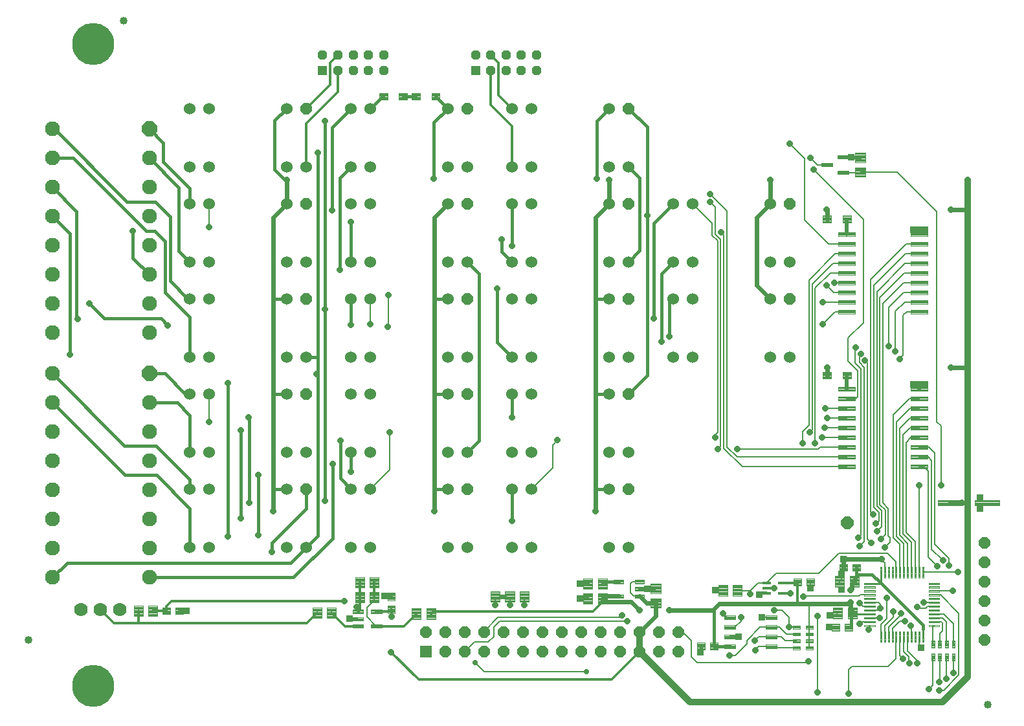
<source format=gtl>
G75*
%MOIN*%
%OFA0B0*%
%FSLAX25Y25*%
%IPPOS*%
%LPD*%
%AMOC8*
5,1,8,0,0,1.08239X$1,22.5*
%
%ADD10OC8,0.05906*%
%ADD11R,0.05906X0.05906*%
%ADD12OC8,0.07677*%
%ADD13C,0.07677*%
%ADD14C,0.00394*%
%ADD15C,0.00402*%
%ADD16C,0.00396*%
%ADD17C,0.00409*%
%ADD18C,0.00390*%
%ADD19C,0.00406*%
%ADD20C,0.04000*%
%ADD21OC8,0.06496*%
%ADD22C,0.00100*%
%ADD23R,0.04724X0.04724*%
%ADD24OC8,0.04724*%
%ADD25OC8,0.06000*%
%ADD26C,0.06000*%
%ADD27C,0.07000*%
%ADD28C,0.21654*%
%ADD29R,0.03175X0.03175*%
%ADD30C,0.01600*%
%ADD31C,0.00800*%
%ADD32C,0.01200*%
%ADD33C,0.01000*%
%ADD34OC8,0.03175*%
%ADD35C,0.02000*%
%ADD36C,0.02400*%
%ADD37C,0.03200*%
%ADD38OC8,0.02781*%
D10*
X0309333Y0078028D03*
X0319333Y0078028D03*
X0329333Y0078028D03*
X0339333Y0078028D03*
X0349333Y0078028D03*
X0359333Y0078028D03*
X0369333Y0078028D03*
X0379333Y0078028D03*
X0389333Y0078028D03*
X0399333Y0078028D03*
X0409333Y0078028D03*
X0419333Y0078028D03*
X0429333Y0078028D03*
X0439333Y0078028D03*
X0439333Y0068028D03*
X0429333Y0068028D03*
X0419333Y0068028D03*
X0409333Y0068028D03*
X0399333Y0068028D03*
X0389333Y0068028D03*
X0379333Y0068028D03*
X0369333Y0068028D03*
X0359333Y0068028D03*
X0349333Y0068028D03*
X0339333Y0068028D03*
X0329333Y0068028D03*
X0319333Y0068028D03*
X0596938Y0074065D03*
X0596938Y0084065D03*
X0596938Y0094065D03*
X0596938Y0104065D03*
X0596938Y0114065D03*
X0596938Y0124065D03*
D11*
X0309333Y0068028D03*
D12*
X0166932Y0211236D03*
X0166932Y0337220D03*
D13*
X0166932Y0322220D03*
X0166932Y0307220D03*
X0166932Y0292220D03*
X0166932Y0277220D03*
X0166932Y0262220D03*
X0166932Y0247220D03*
X0166932Y0232220D03*
X0166932Y0196236D03*
X0166932Y0181236D03*
X0166932Y0166236D03*
X0166932Y0151236D03*
X0166932Y0136236D03*
X0166932Y0121236D03*
X0166932Y0106236D03*
X0116932Y0106236D03*
X0116932Y0121236D03*
X0116932Y0136236D03*
X0116932Y0151236D03*
X0116932Y0166236D03*
X0116932Y0181236D03*
X0116932Y0196236D03*
X0116932Y0211236D03*
X0116932Y0232220D03*
X0116932Y0247220D03*
X0116932Y0262220D03*
X0116932Y0277220D03*
X0116932Y0292220D03*
X0116932Y0307220D03*
X0116932Y0322220D03*
X0116932Y0337220D03*
D14*
X0285155Y0355836D02*
X0289485Y0355836D01*
X0289485Y0352294D01*
X0285155Y0352294D01*
X0285155Y0355836D01*
X0285155Y0352687D02*
X0289485Y0352687D01*
X0289485Y0353080D02*
X0285155Y0353080D01*
X0285155Y0353473D02*
X0289485Y0353473D01*
X0289485Y0353866D02*
X0285155Y0353866D01*
X0285155Y0354259D02*
X0289485Y0354259D01*
X0289485Y0354652D02*
X0285155Y0354652D01*
X0285155Y0355045D02*
X0289485Y0355045D01*
X0289485Y0355438D02*
X0285155Y0355438D01*
X0285155Y0355831D02*
X0289485Y0355831D01*
X0295391Y0355836D02*
X0299721Y0355836D01*
X0299721Y0352294D01*
X0295391Y0352294D01*
X0295391Y0355836D01*
X0295391Y0352687D02*
X0299721Y0352687D01*
X0299721Y0353080D02*
X0295391Y0353080D01*
X0295391Y0353473D02*
X0299721Y0353473D01*
X0299721Y0353866D02*
X0295391Y0353866D01*
X0295391Y0354259D02*
X0299721Y0354259D01*
X0299721Y0354652D02*
X0295391Y0354652D01*
X0295391Y0355045D02*
X0299721Y0355045D01*
X0299721Y0355438D02*
X0295391Y0355438D01*
X0295391Y0355831D02*
X0299721Y0355831D01*
X0301905Y0352294D02*
X0306235Y0352294D01*
X0301905Y0352294D02*
X0301905Y0355836D01*
X0306235Y0355836D01*
X0306235Y0352294D01*
X0306235Y0352687D02*
X0301905Y0352687D01*
X0301905Y0353080D02*
X0306235Y0353080D01*
X0306235Y0353473D02*
X0301905Y0353473D01*
X0301905Y0353866D02*
X0306235Y0353866D01*
X0306235Y0354259D02*
X0301905Y0354259D01*
X0301905Y0354652D02*
X0306235Y0354652D01*
X0306235Y0355045D02*
X0301905Y0355045D01*
X0301905Y0355438D02*
X0306235Y0355438D01*
X0306235Y0355831D02*
X0301905Y0355831D01*
X0312141Y0352294D02*
X0316471Y0352294D01*
X0312141Y0352294D02*
X0312141Y0355836D01*
X0316471Y0355836D01*
X0316471Y0352294D01*
X0316471Y0352687D02*
X0312141Y0352687D01*
X0312141Y0353080D02*
X0316471Y0353080D01*
X0316471Y0353473D02*
X0312141Y0353473D01*
X0312141Y0353866D02*
X0316471Y0353866D01*
X0316471Y0354259D02*
X0312141Y0354259D01*
X0312141Y0354652D02*
X0316471Y0354652D01*
X0316471Y0355045D02*
X0312141Y0355045D01*
X0312141Y0355438D02*
X0316471Y0355438D01*
X0316471Y0355831D02*
X0312141Y0355831D01*
X0513655Y0289094D02*
X0517985Y0289094D01*
X0513655Y0289094D02*
X0513655Y0292636D01*
X0517985Y0292636D01*
X0517985Y0289094D01*
X0517985Y0289487D02*
X0513655Y0289487D01*
X0513655Y0289880D02*
X0517985Y0289880D01*
X0517985Y0290273D02*
X0513655Y0290273D01*
X0513655Y0290666D02*
X0517985Y0290666D01*
X0517985Y0291059D02*
X0513655Y0291059D01*
X0513655Y0291452D02*
X0517985Y0291452D01*
X0517985Y0291845D02*
X0513655Y0291845D01*
X0513655Y0292238D02*
X0517985Y0292238D01*
X0517985Y0292631D02*
X0513655Y0292631D01*
X0523891Y0289094D02*
X0528221Y0289094D01*
X0523891Y0289094D02*
X0523891Y0292636D01*
X0528221Y0292636D01*
X0528221Y0289094D01*
X0528221Y0289487D02*
X0523891Y0289487D01*
X0523891Y0289880D02*
X0528221Y0289880D01*
X0528221Y0290273D02*
X0523891Y0290273D01*
X0523891Y0290666D02*
X0528221Y0290666D01*
X0528221Y0291059D02*
X0523891Y0291059D01*
X0523891Y0291452D02*
X0528221Y0291452D01*
X0528221Y0291845D02*
X0523891Y0291845D01*
X0523891Y0292238D02*
X0528221Y0292238D01*
X0528221Y0292631D02*
X0523891Y0292631D01*
X0523891Y0208644D02*
X0528221Y0208644D01*
X0523891Y0208644D02*
X0523891Y0212186D01*
X0528221Y0212186D01*
X0528221Y0208644D01*
X0528221Y0209037D02*
X0523891Y0209037D01*
X0523891Y0209430D02*
X0528221Y0209430D01*
X0528221Y0209823D02*
X0523891Y0209823D01*
X0523891Y0210216D02*
X0528221Y0210216D01*
X0528221Y0210609D02*
X0523891Y0210609D01*
X0523891Y0211002D02*
X0528221Y0211002D01*
X0528221Y0211395D02*
X0523891Y0211395D01*
X0523891Y0211788D02*
X0528221Y0211788D01*
X0528221Y0212181D02*
X0523891Y0212181D01*
X0517985Y0208644D02*
X0513655Y0208644D01*
X0513655Y0212186D01*
X0517985Y0212186D01*
X0517985Y0208644D01*
X0517985Y0209037D02*
X0513655Y0209037D01*
X0513655Y0209430D02*
X0517985Y0209430D01*
X0517985Y0209823D02*
X0513655Y0209823D01*
X0513655Y0210216D02*
X0517985Y0210216D01*
X0517985Y0210609D02*
X0513655Y0210609D01*
X0513655Y0211002D02*
X0517985Y0211002D01*
X0517985Y0211395D02*
X0513655Y0211395D01*
X0513655Y0211788D02*
X0517985Y0211788D01*
X0517985Y0212181D02*
X0513655Y0212181D01*
X0522373Y0109594D02*
X0526309Y0109594D01*
X0522373Y0109594D02*
X0522373Y0113136D01*
X0526309Y0113136D01*
X0526309Y0109594D01*
X0526309Y0109987D02*
X0522373Y0109987D01*
X0522373Y0110380D02*
X0526309Y0110380D01*
X0526309Y0110773D02*
X0522373Y0110773D01*
X0522373Y0111166D02*
X0526309Y0111166D01*
X0526309Y0111559D02*
X0522373Y0111559D01*
X0522373Y0111952D02*
X0526309Y0111952D01*
X0526309Y0112345D02*
X0522373Y0112345D01*
X0522373Y0112738D02*
X0526309Y0112738D01*
X0526309Y0113131D02*
X0522373Y0113131D01*
X0529066Y0109594D02*
X0533002Y0109594D01*
X0529066Y0109594D02*
X0529066Y0113136D01*
X0533002Y0113136D01*
X0533002Y0109594D01*
X0533002Y0109987D02*
X0529066Y0109987D01*
X0529066Y0110380D02*
X0533002Y0110380D01*
X0533002Y0110773D02*
X0529066Y0110773D01*
X0529066Y0111166D02*
X0533002Y0111166D01*
X0533002Y0111559D02*
X0529066Y0111559D01*
X0529066Y0111952D02*
X0533002Y0111952D01*
X0533002Y0112345D02*
X0529066Y0112345D01*
X0529066Y0112738D02*
X0533002Y0112738D01*
X0533002Y0113131D02*
X0529066Y0113131D01*
X0509252Y0102044D02*
X0505316Y0102044D01*
X0505316Y0105586D01*
X0509252Y0105586D01*
X0509252Y0102044D01*
X0509252Y0102437D02*
X0505316Y0102437D01*
X0505316Y0102830D02*
X0509252Y0102830D01*
X0509252Y0103223D02*
X0505316Y0103223D01*
X0505316Y0103616D02*
X0509252Y0103616D01*
X0509252Y0104009D02*
X0505316Y0104009D01*
X0505316Y0104402D02*
X0509252Y0104402D01*
X0509252Y0104795D02*
X0505316Y0104795D01*
X0505316Y0105188D02*
X0509252Y0105188D01*
X0509252Y0105581D02*
X0505316Y0105581D01*
X0502559Y0102044D02*
X0498623Y0102044D01*
X0498623Y0105586D01*
X0502559Y0105586D01*
X0502559Y0102044D01*
X0502559Y0102437D02*
X0498623Y0102437D01*
X0498623Y0102830D02*
X0502559Y0102830D01*
X0502559Y0103223D02*
X0498623Y0103223D01*
X0498623Y0103616D02*
X0502559Y0103616D01*
X0502559Y0104009D02*
X0498623Y0104009D01*
X0498623Y0104402D02*
X0502559Y0104402D01*
X0502559Y0104795D02*
X0498623Y0104795D01*
X0498623Y0105188D02*
X0502559Y0105188D01*
X0502559Y0105581D02*
X0498623Y0105581D01*
X0498320Y0081417D02*
X0498320Y0079843D01*
X0498320Y0081417D02*
X0501862Y0081417D01*
X0501862Y0079843D01*
X0498320Y0079843D01*
X0498320Y0080236D02*
X0501862Y0080236D01*
X0501862Y0080629D02*
X0498320Y0080629D01*
X0498320Y0081022D02*
X0501862Y0081022D01*
X0501862Y0081415D02*
X0498320Y0081415D01*
X0498320Y0077874D02*
X0498320Y0076300D01*
X0498320Y0077874D02*
X0501862Y0077874D01*
X0501862Y0076300D01*
X0498320Y0076300D01*
X0498320Y0076693D02*
X0501862Y0076693D01*
X0501862Y0077086D02*
X0498320Y0077086D01*
X0498320Y0077479D02*
X0501862Y0077479D01*
X0501862Y0077872D02*
X0498320Y0077872D01*
X0498320Y0074330D02*
X0498320Y0072756D01*
X0498320Y0074330D02*
X0501862Y0074330D01*
X0501862Y0072756D01*
X0498320Y0072756D01*
X0498320Y0073149D02*
X0501862Y0073149D01*
X0501862Y0073542D02*
X0498320Y0073542D01*
X0498320Y0073935D02*
X0501862Y0073935D01*
X0501862Y0074328D02*
X0498320Y0074328D01*
X0498320Y0070787D02*
X0498320Y0069213D01*
X0498320Y0070787D02*
X0501862Y0070787D01*
X0501862Y0069213D01*
X0498320Y0069213D01*
X0498320Y0069606D02*
X0501862Y0069606D01*
X0501862Y0069999D02*
X0498320Y0069999D01*
X0498320Y0070392D02*
X0501862Y0070392D01*
X0501862Y0070785D02*
X0498320Y0070785D01*
X0505013Y0070787D02*
X0505013Y0069213D01*
X0505013Y0070787D02*
X0508555Y0070787D01*
X0508555Y0069213D01*
X0505013Y0069213D01*
X0505013Y0069606D02*
X0508555Y0069606D01*
X0508555Y0069999D02*
X0505013Y0069999D01*
X0505013Y0070392D02*
X0508555Y0070392D01*
X0508555Y0070785D02*
X0505013Y0070785D01*
X0505013Y0072756D02*
X0505013Y0074330D01*
X0508555Y0074330D01*
X0508555Y0072756D01*
X0505013Y0072756D01*
X0505013Y0073149D02*
X0508555Y0073149D01*
X0508555Y0073542D02*
X0505013Y0073542D01*
X0505013Y0073935D02*
X0508555Y0073935D01*
X0508555Y0074328D02*
X0505013Y0074328D01*
X0505013Y0076300D02*
X0505013Y0077874D01*
X0508555Y0077874D01*
X0508555Y0076300D01*
X0505013Y0076300D01*
X0505013Y0076693D02*
X0508555Y0076693D01*
X0508555Y0077086D02*
X0505013Y0077086D01*
X0505013Y0077479D02*
X0508555Y0077479D01*
X0508555Y0077872D02*
X0505013Y0077872D01*
X0505013Y0079843D02*
X0505013Y0081417D01*
X0508555Y0081417D01*
X0508555Y0079843D01*
X0505013Y0079843D01*
X0505013Y0080236D02*
X0508555Y0080236D01*
X0508555Y0080629D02*
X0505013Y0080629D01*
X0505013Y0081022D02*
X0508555Y0081022D01*
X0508555Y0081415D02*
X0505013Y0081415D01*
X0518373Y0082336D02*
X0522309Y0082336D01*
X0522309Y0078794D01*
X0518373Y0078794D01*
X0518373Y0082336D01*
X0518373Y0079187D02*
X0522309Y0079187D01*
X0522309Y0079580D02*
X0518373Y0079580D01*
X0518373Y0079973D02*
X0522309Y0079973D01*
X0522309Y0080366D02*
X0518373Y0080366D01*
X0518373Y0080759D02*
X0522309Y0080759D01*
X0522309Y0081152D02*
X0518373Y0081152D01*
X0518373Y0081545D02*
X0522309Y0081545D01*
X0522309Y0081938D02*
X0518373Y0081938D01*
X0518373Y0082331D02*
X0522309Y0082331D01*
X0525066Y0082336D02*
X0529002Y0082336D01*
X0529002Y0078794D01*
X0525066Y0078794D01*
X0525066Y0082336D01*
X0525066Y0079187D02*
X0529002Y0079187D01*
X0529002Y0079580D02*
X0525066Y0079580D01*
X0525066Y0079973D02*
X0529002Y0079973D01*
X0529002Y0080366D02*
X0525066Y0080366D01*
X0525066Y0080759D02*
X0529002Y0080759D01*
X0529002Y0081152D02*
X0525066Y0081152D01*
X0525066Y0081545D02*
X0529002Y0081545D01*
X0529002Y0081938D02*
X0525066Y0081938D01*
X0525066Y0082331D02*
X0529002Y0082331D01*
X0569586Y0073682D02*
X0571160Y0073682D01*
X0571160Y0070140D01*
X0569586Y0070140D01*
X0569586Y0073682D01*
X0569586Y0070533D02*
X0571160Y0070533D01*
X0571160Y0070926D02*
X0569586Y0070926D01*
X0569586Y0071319D02*
X0571160Y0071319D01*
X0571160Y0071712D02*
X0569586Y0071712D01*
X0569586Y0072105D02*
X0571160Y0072105D01*
X0571160Y0072498D02*
X0569586Y0072498D01*
X0569586Y0072891D02*
X0571160Y0072891D01*
X0571160Y0073284D02*
X0569586Y0073284D01*
X0569586Y0073677D02*
X0571160Y0073677D01*
X0573129Y0073682D02*
X0574703Y0073682D01*
X0574703Y0070140D01*
X0573129Y0070140D01*
X0573129Y0073682D01*
X0573129Y0070533D02*
X0574703Y0070533D01*
X0574703Y0070926D02*
X0573129Y0070926D01*
X0573129Y0071319D02*
X0574703Y0071319D01*
X0574703Y0071712D02*
X0573129Y0071712D01*
X0573129Y0072105D02*
X0574703Y0072105D01*
X0574703Y0072498D02*
X0573129Y0072498D01*
X0573129Y0072891D02*
X0574703Y0072891D01*
X0574703Y0073284D02*
X0573129Y0073284D01*
X0573129Y0073677D02*
X0574703Y0073677D01*
X0576672Y0073682D02*
X0578246Y0073682D01*
X0578246Y0070140D01*
X0576672Y0070140D01*
X0576672Y0073682D01*
X0576672Y0070533D02*
X0578246Y0070533D01*
X0578246Y0070926D02*
X0576672Y0070926D01*
X0576672Y0071319D02*
X0578246Y0071319D01*
X0578246Y0071712D02*
X0576672Y0071712D01*
X0576672Y0072105D02*
X0578246Y0072105D01*
X0578246Y0072498D02*
X0576672Y0072498D01*
X0576672Y0072891D02*
X0578246Y0072891D01*
X0578246Y0073284D02*
X0576672Y0073284D01*
X0576672Y0073677D02*
X0578246Y0073677D01*
X0580216Y0073682D02*
X0581790Y0073682D01*
X0581790Y0070140D01*
X0580216Y0070140D01*
X0580216Y0073682D01*
X0580216Y0070533D02*
X0581790Y0070533D01*
X0581790Y0070926D02*
X0580216Y0070926D01*
X0580216Y0071319D02*
X0581790Y0071319D01*
X0581790Y0071712D02*
X0580216Y0071712D01*
X0580216Y0072105D02*
X0581790Y0072105D01*
X0581790Y0072498D02*
X0580216Y0072498D01*
X0580216Y0072891D02*
X0581790Y0072891D01*
X0581790Y0073284D02*
X0580216Y0073284D01*
X0580216Y0073677D02*
X0581790Y0073677D01*
X0581790Y0066990D02*
X0580216Y0066990D01*
X0581790Y0066990D02*
X0581790Y0063448D01*
X0580216Y0063448D01*
X0580216Y0066990D01*
X0580216Y0063841D02*
X0581790Y0063841D01*
X0581790Y0064234D02*
X0580216Y0064234D01*
X0580216Y0064627D02*
X0581790Y0064627D01*
X0581790Y0065020D02*
X0580216Y0065020D01*
X0580216Y0065413D02*
X0581790Y0065413D01*
X0581790Y0065806D02*
X0580216Y0065806D01*
X0580216Y0066199D02*
X0581790Y0066199D01*
X0581790Y0066592D02*
X0580216Y0066592D01*
X0580216Y0066985D02*
X0581790Y0066985D01*
X0578246Y0066990D02*
X0576672Y0066990D01*
X0578246Y0066990D02*
X0578246Y0063448D01*
X0576672Y0063448D01*
X0576672Y0066990D01*
X0576672Y0063841D02*
X0578246Y0063841D01*
X0578246Y0064234D02*
X0576672Y0064234D01*
X0576672Y0064627D02*
X0578246Y0064627D01*
X0578246Y0065020D02*
X0576672Y0065020D01*
X0576672Y0065413D02*
X0578246Y0065413D01*
X0578246Y0065806D02*
X0576672Y0065806D01*
X0576672Y0066199D02*
X0578246Y0066199D01*
X0578246Y0066592D02*
X0576672Y0066592D01*
X0576672Y0066985D02*
X0578246Y0066985D01*
X0574703Y0066990D02*
X0573129Y0066990D01*
X0574703Y0066990D02*
X0574703Y0063448D01*
X0573129Y0063448D01*
X0573129Y0066990D01*
X0573129Y0063841D02*
X0574703Y0063841D01*
X0574703Y0064234D02*
X0573129Y0064234D01*
X0573129Y0064627D02*
X0574703Y0064627D01*
X0574703Y0065020D02*
X0573129Y0065020D01*
X0573129Y0065413D02*
X0574703Y0065413D01*
X0574703Y0065806D02*
X0573129Y0065806D01*
X0573129Y0066199D02*
X0574703Y0066199D01*
X0574703Y0066592D02*
X0573129Y0066592D01*
X0573129Y0066985D02*
X0574703Y0066985D01*
X0571160Y0066990D02*
X0569586Y0066990D01*
X0571160Y0066990D02*
X0571160Y0063448D01*
X0569586Y0063448D01*
X0569586Y0066990D01*
X0569586Y0063841D02*
X0571160Y0063841D01*
X0571160Y0064234D02*
X0569586Y0064234D01*
X0569586Y0064627D02*
X0571160Y0064627D01*
X0571160Y0065020D02*
X0569586Y0065020D01*
X0569586Y0065413D02*
X0571160Y0065413D01*
X0571160Y0065806D02*
X0569586Y0065806D01*
X0569586Y0066199D02*
X0571160Y0066199D01*
X0571160Y0066592D02*
X0569586Y0066592D01*
X0569586Y0066985D02*
X0571160Y0066985D01*
X0459502Y0069044D02*
X0455566Y0069044D01*
X0455566Y0072586D01*
X0459502Y0072586D01*
X0459502Y0069044D01*
X0459502Y0069437D02*
X0455566Y0069437D01*
X0455566Y0069830D02*
X0459502Y0069830D01*
X0459502Y0070223D02*
X0455566Y0070223D01*
X0455566Y0070616D02*
X0459502Y0070616D01*
X0459502Y0071009D02*
X0455566Y0071009D01*
X0455566Y0071402D02*
X0459502Y0071402D01*
X0459502Y0071795D02*
X0455566Y0071795D01*
X0455566Y0072188D02*
X0459502Y0072188D01*
X0459502Y0072581D02*
X0455566Y0072581D01*
X0452809Y0069044D02*
X0448873Y0069044D01*
X0448873Y0072586D01*
X0452809Y0072586D01*
X0452809Y0069044D01*
X0452809Y0069437D02*
X0448873Y0069437D01*
X0448873Y0069830D02*
X0452809Y0069830D01*
X0452809Y0070223D02*
X0448873Y0070223D01*
X0448873Y0070616D02*
X0452809Y0070616D01*
X0452809Y0071009D02*
X0448873Y0071009D01*
X0448873Y0071402D02*
X0452809Y0071402D01*
X0452809Y0071795D02*
X0448873Y0071795D01*
X0448873Y0072188D02*
X0452809Y0072188D01*
X0452809Y0072581D02*
X0448873Y0072581D01*
X0293209Y0087851D02*
X0293209Y0091787D01*
X0293209Y0087851D02*
X0289667Y0087851D01*
X0289667Y0091787D01*
X0293209Y0091787D01*
X0293209Y0088244D02*
X0289667Y0088244D01*
X0289667Y0088637D02*
X0293209Y0088637D01*
X0293209Y0089030D02*
X0289667Y0089030D01*
X0289667Y0089423D02*
X0293209Y0089423D01*
X0293209Y0089816D02*
X0289667Y0089816D01*
X0289667Y0090209D02*
X0293209Y0090209D01*
X0293209Y0090602D02*
X0289667Y0090602D01*
X0289667Y0090995D02*
X0293209Y0090995D01*
X0293209Y0091388D02*
X0289667Y0091388D01*
X0289667Y0091781D02*
X0293209Y0091781D01*
X0293209Y0094543D02*
X0293209Y0098479D01*
X0293209Y0094543D02*
X0289667Y0094543D01*
X0289667Y0098479D01*
X0293209Y0098479D01*
X0293209Y0094936D02*
X0289667Y0094936D01*
X0289667Y0095329D02*
X0293209Y0095329D01*
X0293209Y0095722D02*
X0289667Y0095722D01*
X0289667Y0096115D02*
X0293209Y0096115D01*
X0293209Y0096508D02*
X0289667Y0096508D01*
X0289667Y0096901D02*
X0293209Y0096901D01*
X0293209Y0097294D02*
X0289667Y0097294D01*
X0289667Y0097687D02*
X0293209Y0097687D01*
X0293209Y0098080D02*
X0289667Y0098080D01*
X0289667Y0098473D02*
X0293209Y0098473D01*
X0184352Y0087244D02*
X0180416Y0087244D01*
X0180416Y0090786D01*
X0184352Y0090786D01*
X0184352Y0087244D01*
X0184352Y0087637D02*
X0180416Y0087637D01*
X0180416Y0088030D02*
X0184352Y0088030D01*
X0184352Y0088423D02*
X0180416Y0088423D01*
X0180416Y0088816D02*
X0184352Y0088816D01*
X0184352Y0089209D02*
X0180416Y0089209D01*
X0180416Y0089602D02*
X0184352Y0089602D01*
X0184352Y0089995D02*
X0180416Y0089995D01*
X0180416Y0090388D02*
X0184352Y0090388D01*
X0184352Y0090781D02*
X0180416Y0090781D01*
X0177659Y0087244D02*
X0173723Y0087244D01*
X0173723Y0090786D01*
X0177659Y0090786D01*
X0177659Y0087244D01*
X0177659Y0087637D02*
X0173723Y0087637D01*
X0173723Y0088030D02*
X0177659Y0088030D01*
X0177659Y0088423D02*
X0173723Y0088423D01*
X0173723Y0088816D02*
X0177659Y0088816D01*
X0177659Y0089209D02*
X0173723Y0089209D01*
X0173723Y0089602D02*
X0177659Y0089602D01*
X0177659Y0089995D02*
X0173723Y0089995D01*
X0173723Y0090388D02*
X0177659Y0090388D01*
X0177659Y0090781D02*
X0173723Y0090781D01*
D15*
X0462958Y0086565D02*
X0468658Y0086565D01*
X0468658Y0084605D01*
X0462958Y0084605D01*
X0462958Y0086565D01*
X0462958Y0085006D02*
X0468658Y0085006D01*
X0468658Y0085407D02*
X0462958Y0085407D01*
X0462958Y0085808D02*
X0468658Y0085808D01*
X0468658Y0086209D02*
X0462958Y0086209D01*
X0462958Y0081565D02*
X0468658Y0081565D01*
X0468658Y0079605D01*
X0462958Y0079605D01*
X0462958Y0081565D01*
X0462958Y0080006D02*
X0468658Y0080006D01*
X0468658Y0080407D02*
X0462958Y0080407D01*
X0462958Y0080808D02*
X0468658Y0080808D01*
X0468658Y0081209D02*
X0462958Y0081209D01*
X0462958Y0076565D02*
X0468658Y0076565D01*
X0468658Y0074605D01*
X0462958Y0074605D01*
X0462958Y0076565D01*
X0462958Y0075006D02*
X0468658Y0075006D01*
X0468658Y0075407D02*
X0462958Y0075407D01*
X0462958Y0075808D02*
X0468658Y0075808D01*
X0468658Y0076209D02*
X0462958Y0076209D01*
X0462958Y0071565D02*
X0468658Y0071565D01*
X0468658Y0069605D01*
X0462958Y0069605D01*
X0462958Y0071565D01*
X0462958Y0070006D02*
X0468658Y0070006D01*
X0468658Y0070407D02*
X0462958Y0070407D01*
X0462958Y0070808D02*
X0468658Y0070808D01*
X0468658Y0071209D02*
X0462958Y0071209D01*
X0484218Y0071565D02*
X0489918Y0071565D01*
X0489918Y0069605D01*
X0484218Y0069605D01*
X0484218Y0071565D01*
X0484218Y0070006D02*
X0489918Y0070006D01*
X0489918Y0070407D02*
X0484218Y0070407D01*
X0484218Y0070808D02*
X0489918Y0070808D01*
X0489918Y0071209D02*
X0484218Y0071209D01*
X0484218Y0076565D02*
X0489918Y0076565D01*
X0489918Y0074605D01*
X0484218Y0074605D01*
X0484218Y0076565D01*
X0484218Y0075006D02*
X0489918Y0075006D01*
X0489918Y0075407D02*
X0484218Y0075407D01*
X0484218Y0075808D02*
X0489918Y0075808D01*
X0489918Y0076209D02*
X0484218Y0076209D01*
X0484218Y0081565D02*
X0489918Y0081565D01*
X0489918Y0079605D01*
X0484218Y0079605D01*
X0484218Y0081565D01*
X0484218Y0080006D02*
X0489918Y0080006D01*
X0489918Y0080407D02*
X0484218Y0080407D01*
X0484218Y0080808D02*
X0489918Y0080808D01*
X0489918Y0081209D02*
X0484218Y0081209D01*
X0484218Y0086565D02*
X0489918Y0086565D01*
X0489918Y0084605D01*
X0484218Y0084605D01*
X0484218Y0086565D01*
X0484218Y0085006D02*
X0489918Y0085006D01*
X0489918Y0085407D02*
X0484218Y0085407D01*
X0484218Y0085808D02*
X0489918Y0085808D01*
X0489918Y0086209D02*
X0484218Y0086209D01*
D16*
X0535136Y0085767D02*
X0535136Y0085063D01*
X0535136Y0085767D02*
X0540540Y0085767D01*
X0540540Y0085063D01*
X0535136Y0085063D01*
X0535136Y0085458D02*
X0540540Y0085458D01*
X0535136Y0087063D02*
X0535136Y0087767D01*
X0540540Y0087767D01*
X0540540Y0087063D01*
X0535136Y0087063D01*
X0535136Y0087458D02*
X0540540Y0087458D01*
X0535136Y0088963D02*
X0535136Y0089667D01*
X0540540Y0089667D01*
X0540540Y0088963D01*
X0535136Y0088963D01*
X0535136Y0089358D02*
X0540540Y0089358D01*
X0535136Y0090963D02*
X0535136Y0091667D01*
X0540540Y0091667D01*
X0540540Y0090963D01*
X0535136Y0090963D01*
X0535136Y0091358D02*
X0540540Y0091358D01*
X0535136Y0092963D02*
X0535136Y0093667D01*
X0540540Y0093667D01*
X0540540Y0092963D01*
X0535136Y0092963D01*
X0535136Y0093358D02*
X0540540Y0093358D01*
X0535136Y0094963D02*
X0535136Y0095667D01*
X0540540Y0095667D01*
X0540540Y0094963D01*
X0535136Y0094963D01*
X0535136Y0095358D02*
X0540540Y0095358D01*
X0535136Y0096863D02*
X0535136Y0097567D01*
X0540540Y0097567D01*
X0540540Y0096863D01*
X0535136Y0096863D01*
X0535136Y0097258D02*
X0540540Y0097258D01*
X0535136Y0098863D02*
X0535136Y0099567D01*
X0540540Y0099567D01*
X0540540Y0098863D01*
X0535136Y0098863D01*
X0535136Y0099258D02*
X0540540Y0099258D01*
X0535136Y0100863D02*
X0535136Y0101567D01*
X0540540Y0101567D01*
X0540540Y0100863D01*
X0535136Y0100863D01*
X0535136Y0101258D02*
X0540540Y0101258D01*
X0535136Y0102763D02*
X0535136Y0103467D01*
X0540540Y0103467D01*
X0540540Y0102763D01*
X0535136Y0102763D01*
X0535136Y0103158D02*
X0540540Y0103158D01*
X0543286Y0111617D02*
X0543990Y0111617D01*
X0543990Y0106213D01*
X0543286Y0106213D01*
X0543286Y0111617D01*
X0543286Y0106608D02*
X0543990Y0106608D01*
X0543990Y0107003D02*
X0543286Y0107003D01*
X0543286Y0107398D02*
X0543990Y0107398D01*
X0543990Y0107793D02*
X0543286Y0107793D01*
X0543286Y0108188D02*
X0543990Y0108188D01*
X0543990Y0108583D02*
X0543286Y0108583D01*
X0543286Y0108978D02*
X0543990Y0108978D01*
X0543990Y0109373D02*
X0543286Y0109373D01*
X0543286Y0109768D02*
X0543990Y0109768D01*
X0543990Y0110163D02*
X0543286Y0110163D01*
X0543286Y0110558D02*
X0543990Y0110558D01*
X0543990Y0110953D02*
X0543286Y0110953D01*
X0543286Y0111348D02*
X0543990Y0111348D01*
X0545186Y0111617D02*
X0545890Y0111617D01*
X0545890Y0106213D01*
X0545186Y0106213D01*
X0545186Y0111617D01*
X0545186Y0106608D02*
X0545890Y0106608D01*
X0545890Y0107003D02*
X0545186Y0107003D01*
X0545186Y0107398D02*
X0545890Y0107398D01*
X0545890Y0107793D02*
X0545186Y0107793D01*
X0545186Y0108188D02*
X0545890Y0108188D01*
X0545890Y0108583D02*
X0545186Y0108583D01*
X0545186Y0108978D02*
X0545890Y0108978D01*
X0545890Y0109373D02*
X0545186Y0109373D01*
X0545186Y0109768D02*
X0545890Y0109768D01*
X0545890Y0110163D02*
X0545186Y0110163D01*
X0545186Y0110558D02*
X0545890Y0110558D01*
X0545890Y0110953D02*
X0545186Y0110953D01*
X0545186Y0111348D02*
X0545890Y0111348D01*
X0547186Y0111617D02*
X0547890Y0111617D01*
X0547890Y0106213D01*
X0547186Y0106213D01*
X0547186Y0111617D01*
X0547186Y0106608D02*
X0547890Y0106608D01*
X0547890Y0107003D02*
X0547186Y0107003D01*
X0547186Y0107398D02*
X0547890Y0107398D01*
X0547890Y0107793D02*
X0547186Y0107793D01*
X0547186Y0108188D02*
X0547890Y0108188D01*
X0547890Y0108583D02*
X0547186Y0108583D01*
X0547186Y0108978D02*
X0547890Y0108978D01*
X0547890Y0109373D02*
X0547186Y0109373D01*
X0547186Y0109768D02*
X0547890Y0109768D01*
X0547890Y0110163D02*
X0547186Y0110163D01*
X0547186Y0110558D02*
X0547890Y0110558D01*
X0547890Y0110953D02*
X0547186Y0110953D01*
X0547186Y0111348D02*
X0547890Y0111348D01*
X0549186Y0111617D02*
X0549890Y0111617D01*
X0549890Y0106213D01*
X0549186Y0106213D01*
X0549186Y0111617D01*
X0549186Y0106608D02*
X0549890Y0106608D01*
X0549890Y0107003D02*
X0549186Y0107003D01*
X0549186Y0107398D02*
X0549890Y0107398D01*
X0549890Y0107793D02*
X0549186Y0107793D01*
X0549186Y0108188D02*
X0549890Y0108188D01*
X0549890Y0108583D02*
X0549186Y0108583D01*
X0549186Y0108978D02*
X0549890Y0108978D01*
X0549890Y0109373D02*
X0549186Y0109373D01*
X0549186Y0109768D02*
X0549890Y0109768D01*
X0549890Y0110163D02*
X0549186Y0110163D01*
X0549186Y0110558D02*
X0549890Y0110558D01*
X0549890Y0110953D02*
X0549186Y0110953D01*
X0549186Y0111348D02*
X0549890Y0111348D01*
X0551086Y0111617D02*
X0551790Y0111617D01*
X0551790Y0106213D01*
X0551086Y0106213D01*
X0551086Y0111617D01*
X0551086Y0106608D02*
X0551790Y0106608D01*
X0551790Y0107003D02*
X0551086Y0107003D01*
X0551086Y0107398D02*
X0551790Y0107398D01*
X0551790Y0107793D02*
X0551086Y0107793D01*
X0551086Y0108188D02*
X0551790Y0108188D01*
X0551790Y0108583D02*
X0551086Y0108583D01*
X0551086Y0108978D02*
X0551790Y0108978D01*
X0551790Y0109373D02*
X0551086Y0109373D01*
X0551086Y0109768D02*
X0551790Y0109768D01*
X0551790Y0110163D02*
X0551086Y0110163D01*
X0551086Y0110558D02*
X0551790Y0110558D01*
X0551790Y0110953D02*
X0551086Y0110953D01*
X0551086Y0111348D02*
X0551790Y0111348D01*
X0553086Y0111617D02*
X0553790Y0111617D01*
X0553790Y0106213D01*
X0553086Y0106213D01*
X0553086Y0111617D01*
X0553086Y0106608D02*
X0553790Y0106608D01*
X0553790Y0107003D02*
X0553086Y0107003D01*
X0553086Y0107398D02*
X0553790Y0107398D01*
X0553790Y0107793D02*
X0553086Y0107793D01*
X0553086Y0108188D02*
X0553790Y0108188D01*
X0553790Y0108583D02*
X0553086Y0108583D01*
X0553086Y0108978D02*
X0553790Y0108978D01*
X0553790Y0109373D02*
X0553086Y0109373D01*
X0553086Y0109768D02*
X0553790Y0109768D01*
X0553790Y0110163D02*
X0553086Y0110163D01*
X0553086Y0110558D02*
X0553790Y0110558D01*
X0553790Y0110953D02*
X0553086Y0110953D01*
X0553086Y0111348D02*
X0553790Y0111348D01*
X0555086Y0111617D02*
X0555790Y0111617D01*
X0555790Y0106213D01*
X0555086Y0106213D01*
X0555086Y0111617D01*
X0555086Y0106608D02*
X0555790Y0106608D01*
X0555790Y0107003D02*
X0555086Y0107003D01*
X0555086Y0107398D02*
X0555790Y0107398D01*
X0555790Y0107793D02*
X0555086Y0107793D01*
X0555086Y0108188D02*
X0555790Y0108188D01*
X0555790Y0108583D02*
X0555086Y0108583D01*
X0555086Y0108978D02*
X0555790Y0108978D01*
X0555790Y0109373D02*
X0555086Y0109373D01*
X0555086Y0109768D02*
X0555790Y0109768D01*
X0555790Y0110163D02*
X0555086Y0110163D01*
X0555086Y0110558D02*
X0555790Y0110558D01*
X0555790Y0110953D02*
X0555086Y0110953D01*
X0555086Y0111348D02*
X0555790Y0111348D01*
X0557086Y0111617D02*
X0557790Y0111617D01*
X0557790Y0106213D01*
X0557086Y0106213D01*
X0557086Y0111617D01*
X0557086Y0106608D02*
X0557790Y0106608D01*
X0557790Y0107003D02*
X0557086Y0107003D01*
X0557086Y0107398D02*
X0557790Y0107398D01*
X0557790Y0107793D02*
X0557086Y0107793D01*
X0557086Y0108188D02*
X0557790Y0108188D01*
X0557790Y0108583D02*
X0557086Y0108583D01*
X0557086Y0108978D02*
X0557790Y0108978D01*
X0557790Y0109373D02*
X0557086Y0109373D01*
X0557086Y0109768D02*
X0557790Y0109768D01*
X0557790Y0110163D02*
X0557086Y0110163D01*
X0557086Y0110558D02*
X0557790Y0110558D01*
X0557790Y0110953D02*
X0557086Y0110953D01*
X0557086Y0111348D02*
X0557790Y0111348D01*
X0558986Y0111617D02*
X0559690Y0111617D01*
X0559690Y0106213D01*
X0558986Y0106213D01*
X0558986Y0111617D01*
X0558986Y0106608D02*
X0559690Y0106608D01*
X0559690Y0107003D02*
X0558986Y0107003D01*
X0558986Y0107398D02*
X0559690Y0107398D01*
X0559690Y0107793D02*
X0558986Y0107793D01*
X0558986Y0108188D02*
X0559690Y0108188D01*
X0559690Y0108583D02*
X0558986Y0108583D01*
X0558986Y0108978D02*
X0559690Y0108978D01*
X0559690Y0109373D02*
X0558986Y0109373D01*
X0558986Y0109768D02*
X0559690Y0109768D01*
X0559690Y0110163D02*
X0558986Y0110163D01*
X0558986Y0110558D02*
X0559690Y0110558D01*
X0559690Y0110953D02*
X0558986Y0110953D01*
X0558986Y0111348D02*
X0559690Y0111348D01*
X0560986Y0111617D02*
X0561690Y0111617D01*
X0561690Y0106213D01*
X0560986Y0106213D01*
X0560986Y0111617D01*
X0560986Y0106608D02*
X0561690Y0106608D01*
X0561690Y0107003D02*
X0560986Y0107003D01*
X0560986Y0107398D02*
X0561690Y0107398D01*
X0561690Y0107793D02*
X0560986Y0107793D01*
X0560986Y0108188D02*
X0561690Y0108188D01*
X0561690Y0108583D02*
X0560986Y0108583D01*
X0560986Y0108978D02*
X0561690Y0108978D01*
X0561690Y0109373D02*
X0560986Y0109373D01*
X0560986Y0109768D02*
X0561690Y0109768D01*
X0561690Y0110163D02*
X0560986Y0110163D01*
X0560986Y0110558D02*
X0561690Y0110558D01*
X0561690Y0110953D02*
X0560986Y0110953D01*
X0560986Y0111348D02*
X0561690Y0111348D01*
X0562986Y0111617D02*
X0563690Y0111617D01*
X0563690Y0106213D01*
X0562986Y0106213D01*
X0562986Y0111617D01*
X0562986Y0106608D02*
X0563690Y0106608D01*
X0563690Y0107003D02*
X0562986Y0107003D01*
X0562986Y0107398D02*
X0563690Y0107398D01*
X0563690Y0107793D02*
X0562986Y0107793D01*
X0562986Y0108188D02*
X0563690Y0108188D01*
X0563690Y0108583D02*
X0562986Y0108583D01*
X0562986Y0108978D02*
X0563690Y0108978D01*
X0563690Y0109373D02*
X0562986Y0109373D01*
X0562986Y0109768D02*
X0563690Y0109768D01*
X0563690Y0110163D02*
X0562986Y0110163D01*
X0562986Y0110558D02*
X0563690Y0110558D01*
X0563690Y0110953D02*
X0562986Y0110953D01*
X0562986Y0111348D02*
X0563690Y0111348D01*
X0564886Y0111617D02*
X0565590Y0111617D01*
X0565590Y0106213D01*
X0564886Y0106213D01*
X0564886Y0111617D01*
X0564886Y0106608D02*
X0565590Y0106608D01*
X0565590Y0107003D02*
X0564886Y0107003D01*
X0564886Y0107398D02*
X0565590Y0107398D01*
X0565590Y0107793D02*
X0564886Y0107793D01*
X0564886Y0108188D02*
X0565590Y0108188D01*
X0565590Y0108583D02*
X0564886Y0108583D01*
X0564886Y0108978D02*
X0565590Y0108978D01*
X0565590Y0109373D02*
X0564886Y0109373D01*
X0564886Y0109768D02*
X0565590Y0109768D01*
X0565590Y0110163D02*
X0564886Y0110163D01*
X0564886Y0110558D02*
X0565590Y0110558D01*
X0565590Y0110953D02*
X0564886Y0110953D01*
X0564886Y0111348D02*
X0565590Y0111348D01*
X0568336Y0103467D02*
X0568336Y0102763D01*
X0568336Y0103467D02*
X0573740Y0103467D01*
X0573740Y0102763D01*
X0568336Y0102763D01*
X0568336Y0103158D02*
X0573740Y0103158D01*
X0568336Y0101567D02*
X0568336Y0100863D01*
X0568336Y0101567D02*
X0573740Y0101567D01*
X0573740Y0100863D01*
X0568336Y0100863D01*
X0568336Y0101258D02*
X0573740Y0101258D01*
X0568336Y0099567D02*
X0568336Y0098863D01*
X0568336Y0099567D02*
X0573740Y0099567D01*
X0573740Y0098863D01*
X0568336Y0098863D01*
X0568336Y0099258D02*
X0573740Y0099258D01*
X0568336Y0097567D02*
X0568336Y0096863D01*
X0568336Y0097567D02*
X0573740Y0097567D01*
X0573740Y0096863D01*
X0568336Y0096863D01*
X0568336Y0097258D02*
X0573740Y0097258D01*
X0568336Y0095667D02*
X0568336Y0094963D01*
X0568336Y0095667D02*
X0573740Y0095667D01*
X0573740Y0094963D01*
X0568336Y0094963D01*
X0568336Y0095358D02*
X0573740Y0095358D01*
X0568336Y0093667D02*
X0568336Y0092963D01*
X0568336Y0093667D02*
X0573740Y0093667D01*
X0573740Y0092963D01*
X0568336Y0092963D01*
X0568336Y0093358D02*
X0573740Y0093358D01*
X0568336Y0091667D02*
X0568336Y0090963D01*
X0568336Y0091667D02*
X0573740Y0091667D01*
X0573740Y0090963D01*
X0568336Y0090963D01*
X0568336Y0091358D02*
X0573740Y0091358D01*
X0568336Y0089667D02*
X0568336Y0088963D01*
X0568336Y0089667D02*
X0573740Y0089667D01*
X0573740Y0088963D01*
X0568336Y0088963D01*
X0568336Y0089358D02*
X0573740Y0089358D01*
X0568336Y0087767D02*
X0568336Y0087063D01*
X0568336Y0087767D02*
X0573740Y0087767D01*
X0573740Y0087063D01*
X0568336Y0087063D01*
X0568336Y0087458D02*
X0573740Y0087458D01*
X0568336Y0085767D02*
X0568336Y0085063D01*
X0568336Y0085767D02*
X0573740Y0085767D01*
X0573740Y0085063D01*
X0568336Y0085063D01*
X0568336Y0085458D02*
X0573740Y0085458D01*
X0568336Y0083767D02*
X0568336Y0083063D01*
X0568336Y0083767D02*
X0573740Y0083767D01*
X0573740Y0083063D01*
X0568336Y0083063D01*
X0568336Y0083458D02*
X0573740Y0083458D01*
X0568336Y0081867D02*
X0568336Y0081163D01*
X0568336Y0081867D02*
X0573740Y0081867D01*
X0573740Y0081163D01*
X0568336Y0081163D01*
X0568336Y0081558D02*
X0573740Y0081558D01*
X0565590Y0078417D02*
X0564886Y0078417D01*
X0565590Y0078417D02*
X0565590Y0073013D01*
X0564886Y0073013D01*
X0564886Y0078417D01*
X0564886Y0073408D02*
X0565590Y0073408D01*
X0565590Y0073803D02*
X0564886Y0073803D01*
X0564886Y0074198D02*
X0565590Y0074198D01*
X0565590Y0074593D02*
X0564886Y0074593D01*
X0564886Y0074988D02*
X0565590Y0074988D01*
X0565590Y0075383D02*
X0564886Y0075383D01*
X0564886Y0075778D02*
X0565590Y0075778D01*
X0565590Y0076173D02*
X0564886Y0076173D01*
X0564886Y0076568D02*
X0565590Y0076568D01*
X0565590Y0076963D02*
X0564886Y0076963D01*
X0564886Y0077358D02*
X0565590Y0077358D01*
X0565590Y0077753D02*
X0564886Y0077753D01*
X0564886Y0078148D02*
X0565590Y0078148D01*
X0563690Y0078417D02*
X0562986Y0078417D01*
X0563690Y0078417D02*
X0563690Y0073013D01*
X0562986Y0073013D01*
X0562986Y0078417D01*
X0562986Y0073408D02*
X0563690Y0073408D01*
X0563690Y0073803D02*
X0562986Y0073803D01*
X0562986Y0074198D02*
X0563690Y0074198D01*
X0563690Y0074593D02*
X0562986Y0074593D01*
X0562986Y0074988D02*
X0563690Y0074988D01*
X0563690Y0075383D02*
X0562986Y0075383D01*
X0562986Y0075778D02*
X0563690Y0075778D01*
X0563690Y0076173D02*
X0562986Y0076173D01*
X0562986Y0076568D02*
X0563690Y0076568D01*
X0563690Y0076963D02*
X0562986Y0076963D01*
X0562986Y0077358D02*
X0563690Y0077358D01*
X0563690Y0077753D02*
X0562986Y0077753D01*
X0562986Y0078148D02*
X0563690Y0078148D01*
X0561690Y0078417D02*
X0560986Y0078417D01*
X0561690Y0078417D02*
X0561690Y0073013D01*
X0560986Y0073013D01*
X0560986Y0078417D01*
X0560986Y0073408D02*
X0561690Y0073408D01*
X0561690Y0073803D02*
X0560986Y0073803D01*
X0560986Y0074198D02*
X0561690Y0074198D01*
X0561690Y0074593D02*
X0560986Y0074593D01*
X0560986Y0074988D02*
X0561690Y0074988D01*
X0561690Y0075383D02*
X0560986Y0075383D01*
X0560986Y0075778D02*
X0561690Y0075778D01*
X0561690Y0076173D02*
X0560986Y0076173D01*
X0560986Y0076568D02*
X0561690Y0076568D01*
X0561690Y0076963D02*
X0560986Y0076963D01*
X0560986Y0077358D02*
X0561690Y0077358D01*
X0561690Y0077753D02*
X0560986Y0077753D01*
X0560986Y0078148D02*
X0561690Y0078148D01*
X0559690Y0078417D02*
X0558986Y0078417D01*
X0559690Y0078417D02*
X0559690Y0073013D01*
X0558986Y0073013D01*
X0558986Y0078417D01*
X0558986Y0073408D02*
X0559690Y0073408D01*
X0559690Y0073803D02*
X0558986Y0073803D01*
X0558986Y0074198D02*
X0559690Y0074198D01*
X0559690Y0074593D02*
X0558986Y0074593D01*
X0558986Y0074988D02*
X0559690Y0074988D01*
X0559690Y0075383D02*
X0558986Y0075383D01*
X0558986Y0075778D02*
X0559690Y0075778D01*
X0559690Y0076173D02*
X0558986Y0076173D01*
X0558986Y0076568D02*
X0559690Y0076568D01*
X0559690Y0076963D02*
X0558986Y0076963D01*
X0558986Y0077358D02*
X0559690Y0077358D01*
X0559690Y0077753D02*
X0558986Y0077753D01*
X0558986Y0078148D02*
X0559690Y0078148D01*
X0557790Y0078417D02*
X0557086Y0078417D01*
X0557790Y0078417D02*
X0557790Y0073013D01*
X0557086Y0073013D01*
X0557086Y0078417D01*
X0557086Y0073408D02*
X0557790Y0073408D01*
X0557790Y0073803D02*
X0557086Y0073803D01*
X0557086Y0074198D02*
X0557790Y0074198D01*
X0557790Y0074593D02*
X0557086Y0074593D01*
X0557086Y0074988D02*
X0557790Y0074988D01*
X0557790Y0075383D02*
X0557086Y0075383D01*
X0557086Y0075778D02*
X0557790Y0075778D01*
X0557790Y0076173D02*
X0557086Y0076173D01*
X0557086Y0076568D02*
X0557790Y0076568D01*
X0557790Y0076963D02*
X0557086Y0076963D01*
X0557086Y0077358D02*
X0557790Y0077358D01*
X0557790Y0077753D02*
X0557086Y0077753D01*
X0557086Y0078148D02*
X0557790Y0078148D01*
X0555790Y0078417D02*
X0555086Y0078417D01*
X0555790Y0078417D02*
X0555790Y0073013D01*
X0555086Y0073013D01*
X0555086Y0078417D01*
X0555086Y0073408D02*
X0555790Y0073408D01*
X0555790Y0073803D02*
X0555086Y0073803D01*
X0555086Y0074198D02*
X0555790Y0074198D01*
X0555790Y0074593D02*
X0555086Y0074593D01*
X0555086Y0074988D02*
X0555790Y0074988D01*
X0555790Y0075383D02*
X0555086Y0075383D01*
X0555086Y0075778D02*
X0555790Y0075778D01*
X0555790Y0076173D02*
X0555086Y0076173D01*
X0555086Y0076568D02*
X0555790Y0076568D01*
X0555790Y0076963D02*
X0555086Y0076963D01*
X0555086Y0077358D02*
X0555790Y0077358D01*
X0555790Y0077753D02*
X0555086Y0077753D01*
X0555086Y0078148D02*
X0555790Y0078148D01*
X0553790Y0078417D02*
X0553086Y0078417D01*
X0553790Y0078417D02*
X0553790Y0073013D01*
X0553086Y0073013D01*
X0553086Y0078417D01*
X0553086Y0073408D02*
X0553790Y0073408D01*
X0553790Y0073803D02*
X0553086Y0073803D01*
X0553086Y0074198D02*
X0553790Y0074198D01*
X0553790Y0074593D02*
X0553086Y0074593D01*
X0553086Y0074988D02*
X0553790Y0074988D01*
X0553790Y0075383D02*
X0553086Y0075383D01*
X0553086Y0075778D02*
X0553790Y0075778D01*
X0553790Y0076173D02*
X0553086Y0076173D01*
X0553086Y0076568D02*
X0553790Y0076568D01*
X0553790Y0076963D02*
X0553086Y0076963D01*
X0553086Y0077358D02*
X0553790Y0077358D01*
X0553790Y0077753D02*
X0553086Y0077753D01*
X0553086Y0078148D02*
X0553790Y0078148D01*
X0551790Y0078417D02*
X0551086Y0078417D01*
X0551790Y0078417D02*
X0551790Y0073013D01*
X0551086Y0073013D01*
X0551086Y0078417D01*
X0551086Y0073408D02*
X0551790Y0073408D01*
X0551790Y0073803D02*
X0551086Y0073803D01*
X0551086Y0074198D02*
X0551790Y0074198D01*
X0551790Y0074593D02*
X0551086Y0074593D01*
X0551086Y0074988D02*
X0551790Y0074988D01*
X0551790Y0075383D02*
X0551086Y0075383D01*
X0551086Y0075778D02*
X0551790Y0075778D01*
X0551790Y0076173D02*
X0551086Y0076173D01*
X0551086Y0076568D02*
X0551790Y0076568D01*
X0551790Y0076963D02*
X0551086Y0076963D01*
X0551086Y0077358D02*
X0551790Y0077358D01*
X0551790Y0077753D02*
X0551086Y0077753D01*
X0551086Y0078148D02*
X0551790Y0078148D01*
X0549890Y0078417D02*
X0549186Y0078417D01*
X0549890Y0078417D02*
X0549890Y0073013D01*
X0549186Y0073013D01*
X0549186Y0078417D01*
X0549186Y0073408D02*
X0549890Y0073408D01*
X0549890Y0073803D02*
X0549186Y0073803D01*
X0549186Y0074198D02*
X0549890Y0074198D01*
X0549890Y0074593D02*
X0549186Y0074593D01*
X0549186Y0074988D02*
X0549890Y0074988D01*
X0549890Y0075383D02*
X0549186Y0075383D01*
X0549186Y0075778D02*
X0549890Y0075778D01*
X0549890Y0076173D02*
X0549186Y0076173D01*
X0549186Y0076568D02*
X0549890Y0076568D01*
X0549890Y0076963D02*
X0549186Y0076963D01*
X0549186Y0077358D02*
X0549890Y0077358D01*
X0549890Y0077753D02*
X0549186Y0077753D01*
X0549186Y0078148D02*
X0549890Y0078148D01*
X0547890Y0078417D02*
X0547186Y0078417D01*
X0547890Y0078417D02*
X0547890Y0073013D01*
X0547186Y0073013D01*
X0547186Y0078417D01*
X0547186Y0073408D02*
X0547890Y0073408D01*
X0547890Y0073803D02*
X0547186Y0073803D01*
X0547186Y0074198D02*
X0547890Y0074198D01*
X0547890Y0074593D02*
X0547186Y0074593D01*
X0547186Y0074988D02*
X0547890Y0074988D01*
X0547890Y0075383D02*
X0547186Y0075383D01*
X0547186Y0075778D02*
X0547890Y0075778D01*
X0547890Y0076173D02*
X0547186Y0076173D01*
X0547186Y0076568D02*
X0547890Y0076568D01*
X0547890Y0076963D02*
X0547186Y0076963D01*
X0547186Y0077358D02*
X0547890Y0077358D01*
X0547890Y0077753D02*
X0547186Y0077753D01*
X0547186Y0078148D02*
X0547890Y0078148D01*
X0545890Y0078417D02*
X0545186Y0078417D01*
X0545890Y0078417D02*
X0545890Y0073013D01*
X0545186Y0073013D01*
X0545186Y0078417D01*
X0545186Y0073408D02*
X0545890Y0073408D01*
X0545890Y0073803D02*
X0545186Y0073803D01*
X0545186Y0074198D02*
X0545890Y0074198D01*
X0545890Y0074593D02*
X0545186Y0074593D01*
X0545186Y0074988D02*
X0545890Y0074988D01*
X0545890Y0075383D02*
X0545186Y0075383D01*
X0545186Y0075778D02*
X0545890Y0075778D01*
X0545890Y0076173D02*
X0545186Y0076173D01*
X0545186Y0076568D02*
X0545890Y0076568D01*
X0545890Y0076963D02*
X0545186Y0076963D01*
X0545186Y0077358D02*
X0545890Y0077358D01*
X0545890Y0077753D02*
X0545186Y0077753D01*
X0545186Y0078148D02*
X0545890Y0078148D01*
X0543990Y0078417D02*
X0543286Y0078417D01*
X0543990Y0078417D02*
X0543990Y0073013D01*
X0543286Y0073013D01*
X0543286Y0078417D01*
X0543286Y0073408D02*
X0543990Y0073408D01*
X0543990Y0073803D02*
X0543286Y0073803D01*
X0543286Y0074198D02*
X0543990Y0074198D01*
X0543990Y0074593D02*
X0543286Y0074593D01*
X0543286Y0074988D02*
X0543990Y0074988D01*
X0543990Y0075383D02*
X0543286Y0075383D01*
X0543286Y0075778D02*
X0543990Y0075778D01*
X0543990Y0076173D02*
X0543286Y0076173D01*
X0543286Y0076568D02*
X0543990Y0076568D01*
X0543990Y0076963D02*
X0543286Y0076963D01*
X0543286Y0077358D02*
X0543990Y0077358D01*
X0543990Y0077753D02*
X0543286Y0077753D01*
X0543286Y0078148D02*
X0543990Y0078148D01*
X0535136Y0081163D02*
X0535136Y0081867D01*
X0540540Y0081867D01*
X0540540Y0081163D01*
X0535136Y0081163D01*
X0535136Y0081558D02*
X0540540Y0081558D01*
X0535136Y0083063D02*
X0535136Y0083767D01*
X0540540Y0083767D01*
X0540540Y0083063D01*
X0535136Y0083063D01*
X0535136Y0083458D02*
X0540540Y0083458D01*
X0530340Y0164217D02*
X0521736Y0164217D01*
X0530340Y0164217D02*
X0530340Y0162413D01*
X0521736Y0162413D01*
X0521736Y0164217D01*
X0521736Y0162808D02*
X0530340Y0162808D01*
X0530340Y0163203D02*
X0521736Y0163203D01*
X0521736Y0163598D02*
X0530340Y0163598D01*
X0530340Y0163993D02*
X0521736Y0163993D01*
X0521736Y0169217D02*
X0530340Y0169217D01*
X0530340Y0167413D01*
X0521736Y0167413D01*
X0521736Y0169217D01*
X0521736Y0167808D02*
X0530340Y0167808D01*
X0530340Y0168203D02*
X0521736Y0168203D01*
X0521736Y0168598D02*
X0530340Y0168598D01*
X0530340Y0168993D02*
X0521736Y0168993D01*
X0521736Y0174217D02*
X0530340Y0174217D01*
X0530340Y0172413D01*
X0521736Y0172413D01*
X0521736Y0174217D01*
X0521736Y0172808D02*
X0530340Y0172808D01*
X0530340Y0173203D02*
X0521736Y0173203D01*
X0521736Y0173598D02*
X0530340Y0173598D01*
X0530340Y0173993D02*
X0521736Y0173993D01*
X0521736Y0179217D02*
X0530340Y0179217D01*
X0530340Y0177413D01*
X0521736Y0177413D01*
X0521736Y0179217D01*
X0521736Y0177808D02*
X0530340Y0177808D01*
X0530340Y0178203D02*
X0521736Y0178203D01*
X0521736Y0178598D02*
X0530340Y0178598D01*
X0530340Y0178993D02*
X0521736Y0178993D01*
X0521736Y0184217D02*
X0530340Y0184217D01*
X0530340Y0182413D01*
X0521736Y0182413D01*
X0521736Y0184217D01*
X0521736Y0182808D02*
X0530340Y0182808D01*
X0530340Y0183203D02*
X0521736Y0183203D01*
X0521736Y0183598D02*
X0530340Y0183598D01*
X0530340Y0183993D02*
X0521736Y0183993D01*
X0521736Y0189217D02*
X0530340Y0189217D01*
X0530340Y0187413D01*
X0521736Y0187413D01*
X0521736Y0189217D01*
X0521736Y0187808D02*
X0530340Y0187808D01*
X0530340Y0188203D02*
X0521736Y0188203D01*
X0521736Y0188598D02*
X0530340Y0188598D01*
X0530340Y0188993D02*
X0521736Y0188993D01*
X0521736Y0194217D02*
X0530340Y0194217D01*
X0530340Y0192413D01*
X0521736Y0192413D01*
X0521736Y0194217D01*
X0521736Y0192808D02*
X0530340Y0192808D01*
X0530340Y0193203D02*
X0521736Y0193203D01*
X0521736Y0193598D02*
X0530340Y0193598D01*
X0530340Y0193993D02*
X0521736Y0193993D01*
X0521736Y0199217D02*
X0530340Y0199217D01*
X0530340Y0197413D01*
X0521736Y0197413D01*
X0521736Y0199217D01*
X0521736Y0197808D02*
X0530340Y0197808D01*
X0530340Y0198203D02*
X0521736Y0198203D01*
X0521736Y0198598D02*
X0530340Y0198598D01*
X0530340Y0198993D02*
X0521736Y0198993D01*
X0521736Y0204217D02*
X0530340Y0204217D01*
X0530340Y0202413D01*
X0521736Y0202413D01*
X0521736Y0204217D01*
X0521736Y0202808D02*
X0530340Y0202808D01*
X0530340Y0203203D02*
X0521736Y0203203D01*
X0521736Y0203598D02*
X0530340Y0203598D01*
X0530340Y0203993D02*
X0521736Y0203993D01*
X0559036Y0204217D02*
X0567640Y0204217D01*
X0567640Y0202413D01*
X0559036Y0202413D01*
X0559036Y0204217D01*
X0559036Y0202808D02*
X0567640Y0202808D01*
X0567640Y0203203D02*
X0559036Y0203203D01*
X0559036Y0203598D02*
X0567640Y0203598D01*
X0567640Y0203993D02*
X0559036Y0203993D01*
X0559036Y0199217D02*
X0567640Y0199217D01*
X0567640Y0197413D01*
X0559036Y0197413D01*
X0559036Y0199217D01*
X0559036Y0197808D02*
X0567640Y0197808D01*
X0567640Y0198203D02*
X0559036Y0198203D01*
X0559036Y0198598D02*
X0567640Y0198598D01*
X0567640Y0198993D02*
X0559036Y0198993D01*
X0559036Y0194217D02*
X0567640Y0194217D01*
X0567640Y0192413D01*
X0559036Y0192413D01*
X0559036Y0194217D01*
X0559036Y0192808D02*
X0567640Y0192808D01*
X0567640Y0193203D02*
X0559036Y0193203D01*
X0559036Y0193598D02*
X0567640Y0193598D01*
X0567640Y0193993D02*
X0559036Y0193993D01*
X0559036Y0189217D02*
X0567640Y0189217D01*
X0567640Y0187413D01*
X0559036Y0187413D01*
X0559036Y0189217D01*
X0559036Y0187808D02*
X0567640Y0187808D01*
X0567640Y0188203D02*
X0559036Y0188203D01*
X0559036Y0188598D02*
X0567640Y0188598D01*
X0567640Y0188993D02*
X0559036Y0188993D01*
X0559036Y0184217D02*
X0567640Y0184217D01*
X0567640Y0182413D01*
X0559036Y0182413D01*
X0559036Y0184217D01*
X0559036Y0182808D02*
X0567640Y0182808D01*
X0567640Y0183203D02*
X0559036Y0183203D01*
X0559036Y0183598D02*
X0567640Y0183598D01*
X0567640Y0183993D02*
X0559036Y0183993D01*
X0559036Y0179217D02*
X0567640Y0179217D01*
X0567640Y0177413D01*
X0559036Y0177413D01*
X0559036Y0179217D01*
X0559036Y0177808D02*
X0567640Y0177808D01*
X0567640Y0178203D02*
X0559036Y0178203D01*
X0559036Y0178598D02*
X0567640Y0178598D01*
X0567640Y0178993D02*
X0559036Y0178993D01*
X0559036Y0174217D02*
X0567640Y0174217D01*
X0567640Y0172413D01*
X0559036Y0172413D01*
X0559036Y0174217D01*
X0559036Y0172808D02*
X0567640Y0172808D01*
X0567640Y0173203D02*
X0559036Y0173203D01*
X0559036Y0173598D02*
X0567640Y0173598D01*
X0567640Y0173993D02*
X0559036Y0173993D01*
X0559036Y0169217D02*
X0567640Y0169217D01*
X0567640Y0167413D01*
X0559036Y0167413D01*
X0559036Y0169217D01*
X0559036Y0167808D02*
X0567640Y0167808D01*
X0567640Y0168203D02*
X0559036Y0168203D01*
X0559036Y0168598D02*
X0567640Y0168598D01*
X0567640Y0168993D02*
X0559036Y0168993D01*
X0559036Y0164217D02*
X0567640Y0164217D01*
X0567640Y0162413D01*
X0559036Y0162413D01*
X0559036Y0164217D01*
X0559036Y0162808D02*
X0567640Y0162808D01*
X0567640Y0163203D02*
X0559036Y0163203D01*
X0559036Y0163598D02*
X0567640Y0163598D01*
X0567640Y0163993D02*
X0559036Y0163993D01*
X0559036Y0243967D02*
X0567640Y0243967D01*
X0567640Y0242163D01*
X0559036Y0242163D01*
X0559036Y0243967D01*
X0559036Y0242558D02*
X0567640Y0242558D01*
X0567640Y0242953D02*
X0559036Y0242953D01*
X0559036Y0243348D02*
X0567640Y0243348D01*
X0567640Y0243743D02*
X0559036Y0243743D01*
X0559036Y0248967D02*
X0567640Y0248967D01*
X0567640Y0247163D01*
X0559036Y0247163D01*
X0559036Y0248967D01*
X0559036Y0247558D02*
X0567640Y0247558D01*
X0567640Y0247953D02*
X0559036Y0247953D01*
X0559036Y0248348D02*
X0567640Y0248348D01*
X0567640Y0248743D02*
X0559036Y0248743D01*
X0559036Y0253967D02*
X0567640Y0253967D01*
X0567640Y0252163D01*
X0559036Y0252163D01*
X0559036Y0253967D01*
X0559036Y0252558D02*
X0567640Y0252558D01*
X0567640Y0252953D02*
X0559036Y0252953D01*
X0559036Y0253348D02*
X0567640Y0253348D01*
X0567640Y0253743D02*
X0559036Y0253743D01*
X0559036Y0258967D02*
X0567640Y0258967D01*
X0567640Y0257163D01*
X0559036Y0257163D01*
X0559036Y0258967D01*
X0559036Y0257558D02*
X0567640Y0257558D01*
X0567640Y0257953D02*
X0559036Y0257953D01*
X0559036Y0258348D02*
X0567640Y0258348D01*
X0567640Y0258743D02*
X0559036Y0258743D01*
X0559036Y0263967D02*
X0567640Y0263967D01*
X0567640Y0262163D01*
X0559036Y0262163D01*
X0559036Y0263967D01*
X0559036Y0262558D02*
X0567640Y0262558D01*
X0567640Y0262953D02*
X0559036Y0262953D01*
X0559036Y0263348D02*
X0567640Y0263348D01*
X0567640Y0263743D02*
X0559036Y0263743D01*
X0559036Y0268967D02*
X0567640Y0268967D01*
X0567640Y0267163D01*
X0559036Y0267163D01*
X0559036Y0268967D01*
X0559036Y0267558D02*
X0567640Y0267558D01*
X0567640Y0267953D02*
X0559036Y0267953D01*
X0559036Y0268348D02*
X0567640Y0268348D01*
X0567640Y0268743D02*
X0559036Y0268743D01*
X0559036Y0273967D02*
X0567640Y0273967D01*
X0567640Y0272163D01*
X0559036Y0272163D01*
X0559036Y0273967D01*
X0559036Y0272558D02*
X0567640Y0272558D01*
X0567640Y0272953D02*
X0559036Y0272953D01*
X0559036Y0273348D02*
X0567640Y0273348D01*
X0567640Y0273743D02*
X0559036Y0273743D01*
X0559036Y0278967D02*
X0567640Y0278967D01*
X0567640Y0277163D01*
X0559036Y0277163D01*
X0559036Y0278967D01*
X0559036Y0277558D02*
X0567640Y0277558D01*
X0567640Y0277953D02*
X0559036Y0277953D01*
X0559036Y0278348D02*
X0567640Y0278348D01*
X0567640Y0278743D02*
X0559036Y0278743D01*
X0559036Y0283967D02*
X0567640Y0283967D01*
X0567640Y0282163D01*
X0559036Y0282163D01*
X0559036Y0283967D01*
X0559036Y0282558D02*
X0567640Y0282558D01*
X0567640Y0282953D02*
X0559036Y0282953D01*
X0559036Y0283348D02*
X0567640Y0283348D01*
X0567640Y0283743D02*
X0559036Y0283743D01*
X0530340Y0283967D02*
X0521736Y0283967D01*
X0530340Y0283967D02*
X0530340Y0282163D01*
X0521736Y0282163D01*
X0521736Y0283967D01*
X0521736Y0282558D02*
X0530340Y0282558D01*
X0530340Y0282953D02*
X0521736Y0282953D01*
X0521736Y0283348D02*
X0530340Y0283348D01*
X0530340Y0283743D02*
X0521736Y0283743D01*
X0521736Y0278967D02*
X0530340Y0278967D01*
X0530340Y0277163D01*
X0521736Y0277163D01*
X0521736Y0278967D01*
X0521736Y0277558D02*
X0530340Y0277558D01*
X0530340Y0277953D02*
X0521736Y0277953D01*
X0521736Y0278348D02*
X0530340Y0278348D01*
X0530340Y0278743D02*
X0521736Y0278743D01*
X0521736Y0273967D02*
X0530340Y0273967D01*
X0530340Y0272163D01*
X0521736Y0272163D01*
X0521736Y0273967D01*
X0521736Y0272558D02*
X0530340Y0272558D01*
X0530340Y0272953D02*
X0521736Y0272953D01*
X0521736Y0273348D02*
X0530340Y0273348D01*
X0530340Y0273743D02*
X0521736Y0273743D01*
X0521736Y0268967D02*
X0530340Y0268967D01*
X0530340Y0267163D01*
X0521736Y0267163D01*
X0521736Y0268967D01*
X0521736Y0267558D02*
X0530340Y0267558D01*
X0530340Y0267953D02*
X0521736Y0267953D01*
X0521736Y0268348D02*
X0530340Y0268348D01*
X0530340Y0268743D02*
X0521736Y0268743D01*
X0521736Y0263967D02*
X0530340Y0263967D01*
X0530340Y0262163D01*
X0521736Y0262163D01*
X0521736Y0263967D01*
X0521736Y0262558D02*
X0530340Y0262558D01*
X0530340Y0262953D02*
X0521736Y0262953D01*
X0521736Y0263348D02*
X0530340Y0263348D01*
X0530340Y0263743D02*
X0521736Y0263743D01*
X0521736Y0258967D02*
X0530340Y0258967D01*
X0530340Y0257163D01*
X0521736Y0257163D01*
X0521736Y0258967D01*
X0521736Y0257558D02*
X0530340Y0257558D01*
X0530340Y0257953D02*
X0521736Y0257953D01*
X0521736Y0258348D02*
X0530340Y0258348D01*
X0530340Y0258743D02*
X0521736Y0258743D01*
X0521736Y0253967D02*
X0530340Y0253967D01*
X0530340Y0252163D01*
X0521736Y0252163D01*
X0521736Y0253967D01*
X0521736Y0252558D02*
X0530340Y0252558D01*
X0530340Y0252953D02*
X0521736Y0252953D01*
X0521736Y0253348D02*
X0530340Y0253348D01*
X0530340Y0253743D02*
X0521736Y0253743D01*
X0521736Y0248967D02*
X0530340Y0248967D01*
X0530340Y0247163D01*
X0521736Y0247163D01*
X0521736Y0248967D01*
X0521736Y0247558D02*
X0530340Y0247558D01*
X0530340Y0247953D02*
X0521736Y0247953D01*
X0521736Y0248348D02*
X0530340Y0248348D01*
X0530340Y0248743D02*
X0521736Y0248743D01*
X0521736Y0243967D02*
X0530340Y0243967D01*
X0530340Y0242163D01*
X0521736Y0242163D01*
X0521736Y0243967D01*
X0521736Y0242558D02*
X0530340Y0242558D01*
X0530340Y0242953D02*
X0521736Y0242953D01*
X0521736Y0243348D02*
X0530340Y0243348D01*
X0530340Y0243743D02*
X0521736Y0243743D01*
X0521386Y0315717D02*
X0526990Y0315717D01*
X0526990Y0313913D01*
X0521386Y0313913D01*
X0521386Y0315717D01*
X0521386Y0314308D02*
X0526990Y0314308D01*
X0526990Y0314703D02*
X0521386Y0314703D01*
X0521386Y0315098D02*
X0526990Y0315098D01*
X0526990Y0315493D02*
X0521386Y0315493D01*
X0518490Y0319717D02*
X0512886Y0319717D01*
X0518490Y0319717D02*
X0518490Y0317913D01*
X0512886Y0317913D01*
X0512886Y0319717D01*
X0512886Y0318308D02*
X0518490Y0318308D01*
X0518490Y0318703D02*
X0512886Y0318703D01*
X0512886Y0319098D02*
X0518490Y0319098D01*
X0518490Y0319493D02*
X0512886Y0319493D01*
X0521386Y0323717D02*
X0526990Y0323717D01*
X0526990Y0321913D01*
X0521386Y0321913D01*
X0521386Y0323717D01*
X0521386Y0322308D02*
X0526990Y0322308D01*
X0526990Y0322703D02*
X0521386Y0322703D01*
X0521386Y0323098D02*
X0526990Y0323098D01*
X0526990Y0323493D02*
X0521386Y0323493D01*
X0421740Y0104917D02*
X0416936Y0104917D01*
X0421740Y0104917D02*
X0421740Y0103113D01*
X0416936Y0103113D01*
X0416936Y0104917D01*
X0416936Y0103508D02*
X0421740Y0103508D01*
X0421740Y0103903D02*
X0416936Y0103903D01*
X0416936Y0104298D02*
X0421740Y0104298D01*
X0421740Y0104693D02*
X0416936Y0104693D01*
X0416936Y0101217D02*
X0421740Y0101217D01*
X0421740Y0099413D01*
X0416936Y0099413D01*
X0416936Y0101217D01*
X0416936Y0099808D02*
X0421740Y0099808D01*
X0421740Y0100203D02*
X0416936Y0100203D01*
X0416936Y0100598D02*
X0421740Y0100598D01*
X0421740Y0100993D02*
X0416936Y0100993D01*
X0416936Y0097517D02*
X0421740Y0097517D01*
X0421740Y0095713D01*
X0416936Y0095713D01*
X0416936Y0097517D01*
X0416936Y0096108D02*
X0421740Y0096108D01*
X0421740Y0096503D02*
X0416936Y0096503D01*
X0416936Y0096898D02*
X0421740Y0096898D01*
X0421740Y0097293D02*
X0416936Y0097293D01*
X0410940Y0097517D02*
X0406136Y0097517D01*
X0410940Y0097517D02*
X0410940Y0095713D01*
X0406136Y0095713D01*
X0406136Y0097517D01*
X0406136Y0096108D02*
X0410940Y0096108D01*
X0410940Y0096503D02*
X0406136Y0096503D01*
X0406136Y0096898D02*
X0410940Y0096898D01*
X0410940Y0097293D02*
X0406136Y0097293D01*
X0406136Y0104917D02*
X0410940Y0104917D01*
X0410940Y0103113D01*
X0406136Y0103113D01*
X0406136Y0104917D01*
X0406136Y0103508D02*
X0410940Y0103508D01*
X0410940Y0103903D02*
X0406136Y0103903D01*
X0406136Y0104298D02*
X0410940Y0104298D01*
X0410940Y0104693D02*
X0406136Y0104693D01*
X0286490Y0087753D02*
X0281086Y0087753D01*
X0281086Y0089557D01*
X0286490Y0089557D01*
X0286490Y0087753D01*
X0286490Y0088148D02*
X0281086Y0088148D01*
X0281086Y0088543D02*
X0286490Y0088543D01*
X0286490Y0088938D02*
X0281086Y0088938D01*
X0281086Y0089333D02*
X0286490Y0089333D01*
X0286490Y0080273D02*
X0281086Y0080273D01*
X0281086Y0082077D01*
X0286490Y0082077D01*
X0286490Y0080273D01*
X0286490Y0080668D02*
X0281086Y0080668D01*
X0281086Y0081063D02*
X0286490Y0081063D01*
X0286490Y0081458D02*
X0281086Y0081458D01*
X0281086Y0081853D02*
X0286490Y0081853D01*
X0277090Y0080273D02*
X0271686Y0080273D01*
X0271686Y0082077D01*
X0277090Y0082077D01*
X0277090Y0080273D01*
X0277090Y0080668D02*
X0271686Y0080668D01*
X0271686Y0081063D02*
X0277090Y0081063D01*
X0277090Y0081458D02*
X0271686Y0081458D01*
X0271686Y0081853D02*
X0277090Y0081853D01*
X0277090Y0084013D02*
X0271686Y0084013D01*
X0271686Y0085817D01*
X0277090Y0085817D01*
X0277090Y0084013D01*
X0277090Y0084408D02*
X0271686Y0084408D01*
X0271686Y0084803D02*
X0277090Y0084803D01*
X0277090Y0085198D02*
X0271686Y0085198D01*
X0271686Y0085593D02*
X0277090Y0085593D01*
X0277090Y0087753D02*
X0271686Y0087753D01*
X0271686Y0089557D01*
X0277090Y0089557D01*
X0277090Y0087753D01*
X0277090Y0088148D02*
X0271686Y0088148D01*
X0271686Y0088543D02*
X0277090Y0088543D01*
X0277090Y0088938D02*
X0271686Y0088938D01*
X0271686Y0089333D02*
X0277090Y0089333D01*
D17*
X0277603Y0093216D02*
X0272893Y0093216D01*
X0272893Y0098714D01*
X0277603Y0098714D01*
X0277603Y0093216D01*
X0277603Y0093624D02*
X0272893Y0093624D01*
X0272893Y0094032D02*
X0277603Y0094032D01*
X0277603Y0094440D02*
X0272893Y0094440D01*
X0272893Y0094848D02*
X0277603Y0094848D01*
X0277603Y0095256D02*
X0272893Y0095256D01*
X0272893Y0095664D02*
X0277603Y0095664D01*
X0277603Y0096072D02*
X0272893Y0096072D01*
X0272893Y0096480D02*
X0277603Y0096480D01*
X0277603Y0096888D02*
X0272893Y0096888D01*
X0272893Y0097296D02*
X0277603Y0097296D01*
X0277603Y0097704D02*
X0272893Y0097704D01*
X0272893Y0098112D02*
X0277603Y0098112D01*
X0277603Y0098520D02*
X0272893Y0098520D01*
X0272893Y0106464D02*
X0277603Y0106464D01*
X0277603Y0100966D01*
X0272893Y0100966D01*
X0272893Y0106464D01*
X0272893Y0101374D02*
X0277603Y0101374D01*
X0277603Y0101782D02*
X0272893Y0101782D01*
X0272893Y0102190D02*
X0277603Y0102190D01*
X0277603Y0102598D02*
X0272893Y0102598D01*
X0272893Y0103006D02*
X0277603Y0103006D01*
X0277603Y0103414D02*
X0272893Y0103414D01*
X0272893Y0103822D02*
X0277603Y0103822D01*
X0277603Y0104230D02*
X0272893Y0104230D01*
X0272893Y0104638D02*
X0277603Y0104638D01*
X0277603Y0105046D02*
X0272893Y0105046D01*
X0272893Y0105454D02*
X0277603Y0105454D01*
X0277603Y0105862D02*
X0272893Y0105862D01*
X0272893Y0106270D02*
X0277603Y0106270D01*
X0280373Y0106464D02*
X0285083Y0106464D01*
X0285083Y0100966D01*
X0280373Y0100966D01*
X0280373Y0106464D01*
X0280373Y0101374D02*
X0285083Y0101374D01*
X0285083Y0101782D02*
X0280373Y0101782D01*
X0280373Y0102190D02*
X0285083Y0102190D01*
X0285083Y0102598D02*
X0280373Y0102598D01*
X0280373Y0103006D02*
X0285083Y0103006D01*
X0285083Y0103414D02*
X0280373Y0103414D01*
X0280373Y0103822D02*
X0285083Y0103822D01*
X0285083Y0104230D02*
X0280373Y0104230D01*
X0280373Y0104638D02*
X0285083Y0104638D01*
X0285083Y0105046D02*
X0280373Y0105046D01*
X0280373Y0105454D02*
X0285083Y0105454D01*
X0285083Y0105862D02*
X0280373Y0105862D01*
X0280373Y0106270D02*
X0285083Y0106270D01*
X0285083Y0093216D02*
X0280373Y0093216D01*
X0280373Y0098714D01*
X0285083Y0098714D01*
X0285083Y0093216D01*
X0285083Y0093624D02*
X0280373Y0093624D01*
X0280373Y0094032D02*
X0285083Y0094032D01*
X0285083Y0094440D02*
X0280373Y0094440D01*
X0280373Y0094848D02*
X0285083Y0094848D01*
X0285083Y0095256D02*
X0280373Y0095256D01*
X0280373Y0095664D02*
X0285083Y0095664D01*
X0285083Y0096072D02*
X0280373Y0096072D01*
X0280373Y0096480D02*
X0285083Y0096480D01*
X0285083Y0096888D02*
X0280373Y0096888D01*
X0280373Y0097296D02*
X0285083Y0097296D01*
X0285083Y0097704D02*
X0280373Y0097704D01*
X0280373Y0098112D02*
X0285083Y0098112D01*
X0285083Y0098520D02*
X0280373Y0098520D01*
X0263083Y0090764D02*
X0258373Y0090764D01*
X0263083Y0090764D02*
X0263083Y0085266D01*
X0258373Y0085266D01*
X0258373Y0090764D01*
X0258373Y0085674D02*
X0263083Y0085674D01*
X0263083Y0086082D02*
X0258373Y0086082D01*
X0258373Y0086490D02*
X0263083Y0086490D01*
X0263083Y0086898D02*
X0258373Y0086898D01*
X0258373Y0087306D02*
X0263083Y0087306D01*
X0263083Y0087714D02*
X0258373Y0087714D01*
X0258373Y0088122D02*
X0263083Y0088122D01*
X0263083Y0088530D02*
X0258373Y0088530D01*
X0258373Y0088938D02*
X0263083Y0088938D01*
X0263083Y0089346D02*
X0258373Y0089346D01*
X0258373Y0089754D02*
X0263083Y0089754D01*
X0263083Y0090162D02*
X0258373Y0090162D01*
X0258373Y0090570D02*
X0263083Y0090570D01*
X0255603Y0090764D02*
X0250893Y0090764D01*
X0255603Y0090764D02*
X0255603Y0085266D01*
X0250893Y0085266D01*
X0250893Y0090764D01*
X0250893Y0085674D02*
X0255603Y0085674D01*
X0255603Y0086082D02*
X0250893Y0086082D01*
X0250893Y0086490D02*
X0255603Y0086490D01*
X0255603Y0086898D02*
X0250893Y0086898D01*
X0250893Y0087306D02*
X0255603Y0087306D01*
X0255603Y0087714D02*
X0250893Y0087714D01*
X0250893Y0088122D02*
X0255603Y0088122D01*
X0255603Y0088530D02*
X0250893Y0088530D01*
X0250893Y0088938D02*
X0255603Y0088938D01*
X0255603Y0089346D02*
X0250893Y0089346D01*
X0250893Y0089754D02*
X0255603Y0089754D01*
X0255603Y0090162D02*
X0250893Y0090162D01*
X0250893Y0090570D02*
X0255603Y0090570D01*
X0301993Y0084766D02*
X0306703Y0084766D01*
X0301993Y0084766D02*
X0301993Y0090264D01*
X0306703Y0090264D01*
X0306703Y0084766D01*
X0306703Y0085174D02*
X0301993Y0085174D01*
X0301993Y0085582D02*
X0306703Y0085582D01*
X0306703Y0085990D02*
X0301993Y0085990D01*
X0301993Y0086398D02*
X0306703Y0086398D01*
X0306703Y0086806D02*
X0301993Y0086806D01*
X0301993Y0087214D02*
X0306703Y0087214D01*
X0306703Y0087622D02*
X0301993Y0087622D01*
X0301993Y0088030D02*
X0306703Y0088030D01*
X0306703Y0088438D02*
X0301993Y0088438D01*
X0301993Y0088846D02*
X0306703Y0088846D01*
X0306703Y0089254D02*
X0301993Y0089254D01*
X0301993Y0089662D02*
X0306703Y0089662D01*
X0306703Y0090070D02*
X0301993Y0090070D01*
X0309473Y0084766D02*
X0314183Y0084766D01*
X0309473Y0084766D02*
X0309473Y0090264D01*
X0314183Y0090264D01*
X0314183Y0084766D01*
X0314183Y0085174D02*
X0309473Y0085174D01*
X0309473Y0085582D02*
X0314183Y0085582D01*
X0314183Y0085990D02*
X0309473Y0085990D01*
X0309473Y0086398D02*
X0314183Y0086398D01*
X0314183Y0086806D02*
X0309473Y0086806D01*
X0309473Y0087214D02*
X0314183Y0087214D01*
X0314183Y0087622D02*
X0309473Y0087622D01*
X0309473Y0088030D02*
X0314183Y0088030D01*
X0314183Y0088438D02*
X0309473Y0088438D01*
X0309473Y0088846D02*
X0314183Y0088846D01*
X0314183Y0089254D02*
X0309473Y0089254D01*
X0309473Y0089662D02*
X0314183Y0089662D01*
X0314183Y0090070D02*
X0309473Y0090070D01*
X0342652Y0099164D02*
X0347362Y0099164D01*
X0347362Y0093666D01*
X0342652Y0093666D01*
X0342652Y0099164D01*
X0342652Y0094074D02*
X0347362Y0094074D01*
X0347362Y0094482D02*
X0342652Y0094482D01*
X0342652Y0094890D02*
X0347362Y0094890D01*
X0347362Y0095298D02*
X0342652Y0095298D01*
X0342652Y0095706D02*
X0347362Y0095706D01*
X0347362Y0096114D02*
X0342652Y0096114D01*
X0342652Y0096522D02*
X0347362Y0096522D01*
X0347362Y0096930D02*
X0342652Y0096930D01*
X0342652Y0097338D02*
X0347362Y0097338D01*
X0347362Y0097746D02*
X0342652Y0097746D01*
X0342652Y0098154D02*
X0347362Y0098154D01*
X0347362Y0098562D02*
X0342652Y0098562D01*
X0342652Y0098970D02*
X0347362Y0098970D01*
X0350133Y0099164D02*
X0354843Y0099164D01*
X0354843Y0093666D01*
X0350133Y0093666D01*
X0350133Y0099164D01*
X0350133Y0094074D02*
X0354843Y0094074D01*
X0354843Y0094482D02*
X0350133Y0094482D01*
X0350133Y0094890D02*
X0354843Y0094890D01*
X0354843Y0095298D02*
X0350133Y0095298D01*
X0350133Y0095706D02*
X0354843Y0095706D01*
X0354843Y0096114D02*
X0350133Y0096114D01*
X0350133Y0096522D02*
X0354843Y0096522D01*
X0354843Y0096930D02*
X0350133Y0096930D01*
X0350133Y0097338D02*
X0354843Y0097338D01*
X0354843Y0097746D02*
X0350133Y0097746D01*
X0350133Y0098154D02*
X0354843Y0098154D01*
X0354843Y0098562D02*
X0350133Y0098562D01*
X0350133Y0098970D02*
X0354843Y0098970D01*
X0357613Y0099164D02*
X0362323Y0099164D01*
X0362323Y0093666D01*
X0357613Y0093666D01*
X0357613Y0099164D01*
X0357613Y0094074D02*
X0362323Y0094074D01*
X0362323Y0094482D02*
X0357613Y0094482D01*
X0357613Y0094890D02*
X0362323Y0094890D01*
X0362323Y0095298D02*
X0357613Y0095298D01*
X0357613Y0095706D02*
X0362323Y0095706D01*
X0362323Y0096114D02*
X0357613Y0096114D01*
X0357613Y0096522D02*
X0362323Y0096522D01*
X0362323Y0096930D02*
X0357613Y0096930D01*
X0357613Y0097338D02*
X0362323Y0097338D01*
X0362323Y0097746D02*
X0357613Y0097746D01*
X0357613Y0098154D02*
X0362323Y0098154D01*
X0362323Y0098562D02*
X0357613Y0098562D01*
X0357613Y0098970D02*
X0362323Y0098970D01*
X0390343Y0098064D02*
X0395053Y0098064D01*
X0395053Y0092566D01*
X0390343Y0092566D01*
X0390343Y0098064D01*
X0390343Y0092974D02*
X0395053Y0092974D01*
X0395053Y0093382D02*
X0390343Y0093382D01*
X0390343Y0093790D02*
X0395053Y0093790D01*
X0395053Y0094198D02*
X0390343Y0094198D01*
X0390343Y0094606D02*
X0395053Y0094606D01*
X0395053Y0095014D02*
X0390343Y0095014D01*
X0390343Y0095422D02*
X0395053Y0095422D01*
X0395053Y0095830D02*
X0390343Y0095830D01*
X0390343Y0096238D02*
X0395053Y0096238D01*
X0395053Y0096646D02*
X0390343Y0096646D01*
X0390343Y0097054D02*
X0395053Y0097054D01*
X0395053Y0097462D02*
X0390343Y0097462D01*
X0390343Y0097870D02*
X0395053Y0097870D01*
X0395053Y0100316D02*
X0390343Y0100316D01*
X0390343Y0105814D01*
X0395053Y0105814D01*
X0395053Y0100316D01*
X0395053Y0100724D02*
X0390343Y0100724D01*
X0390343Y0101132D02*
X0395053Y0101132D01*
X0395053Y0101540D02*
X0390343Y0101540D01*
X0390343Y0101948D02*
X0395053Y0101948D01*
X0395053Y0102356D02*
X0390343Y0102356D01*
X0390343Y0102764D02*
X0395053Y0102764D01*
X0395053Y0103172D02*
X0390343Y0103172D01*
X0390343Y0103580D02*
X0395053Y0103580D01*
X0395053Y0103988D02*
X0390343Y0103988D01*
X0390343Y0104396D02*
X0395053Y0104396D01*
X0395053Y0104804D02*
X0390343Y0104804D01*
X0390343Y0105212D02*
X0395053Y0105212D01*
X0395053Y0105620D02*
X0390343Y0105620D01*
X0397823Y0100316D02*
X0402533Y0100316D01*
X0397823Y0100316D02*
X0397823Y0105814D01*
X0402533Y0105814D01*
X0402533Y0100316D01*
X0402533Y0100724D02*
X0397823Y0100724D01*
X0397823Y0101132D02*
X0402533Y0101132D01*
X0402533Y0101540D02*
X0397823Y0101540D01*
X0397823Y0101948D02*
X0402533Y0101948D01*
X0402533Y0102356D02*
X0397823Y0102356D01*
X0397823Y0102764D02*
X0402533Y0102764D01*
X0402533Y0103172D02*
X0397823Y0103172D01*
X0397823Y0103580D02*
X0402533Y0103580D01*
X0402533Y0103988D02*
X0397823Y0103988D01*
X0397823Y0104396D02*
X0402533Y0104396D01*
X0402533Y0104804D02*
X0397823Y0104804D01*
X0397823Y0105212D02*
X0402533Y0105212D01*
X0402533Y0105620D02*
X0397823Y0105620D01*
X0397823Y0098064D02*
X0402533Y0098064D01*
X0402533Y0092566D01*
X0397823Y0092566D01*
X0397823Y0098064D01*
X0397823Y0092974D02*
X0402533Y0092974D01*
X0402533Y0093382D02*
X0397823Y0093382D01*
X0397823Y0093790D02*
X0402533Y0093790D01*
X0402533Y0094198D02*
X0397823Y0094198D01*
X0397823Y0094606D02*
X0402533Y0094606D01*
X0402533Y0095014D02*
X0397823Y0095014D01*
X0397823Y0095422D02*
X0402533Y0095422D01*
X0402533Y0095830D02*
X0397823Y0095830D01*
X0397823Y0096238D02*
X0402533Y0096238D01*
X0402533Y0096646D02*
X0397823Y0096646D01*
X0397823Y0097054D02*
X0402533Y0097054D01*
X0402533Y0097462D02*
X0397823Y0097462D01*
X0397823Y0097870D02*
X0402533Y0097870D01*
X0424939Y0098200D02*
X0424939Y0102910D01*
X0430437Y0102910D01*
X0430437Y0098200D01*
X0424939Y0098200D01*
X0424939Y0098608D02*
X0430437Y0098608D01*
X0430437Y0099016D02*
X0424939Y0099016D01*
X0424939Y0099424D02*
X0430437Y0099424D01*
X0430437Y0099832D02*
X0424939Y0099832D01*
X0424939Y0100240D02*
X0430437Y0100240D01*
X0430437Y0100648D02*
X0424939Y0100648D01*
X0424939Y0101056D02*
X0430437Y0101056D01*
X0430437Y0101464D02*
X0424939Y0101464D01*
X0424939Y0101872D02*
X0430437Y0101872D01*
X0430437Y0102280D02*
X0424939Y0102280D01*
X0424939Y0102688D02*
X0430437Y0102688D01*
X0424939Y0095430D02*
X0424939Y0090720D01*
X0424939Y0095430D02*
X0430437Y0095430D01*
X0430437Y0090720D01*
X0424939Y0090720D01*
X0424939Y0091128D02*
X0430437Y0091128D01*
X0430437Y0091536D02*
X0424939Y0091536D01*
X0424939Y0091944D02*
X0430437Y0091944D01*
X0430437Y0092352D02*
X0424939Y0092352D01*
X0424939Y0092760D02*
X0430437Y0092760D01*
X0430437Y0093168D02*
X0424939Y0093168D01*
X0424939Y0093576D02*
X0430437Y0093576D01*
X0430437Y0093984D02*
X0424939Y0093984D01*
X0424939Y0094392D02*
X0430437Y0094392D01*
X0430437Y0094800D02*
X0424939Y0094800D01*
X0424939Y0095208D02*
X0430437Y0095208D01*
X0459843Y0096816D02*
X0464553Y0096816D01*
X0459843Y0096816D02*
X0459843Y0102314D01*
X0464553Y0102314D01*
X0464553Y0096816D01*
X0464553Y0097224D02*
X0459843Y0097224D01*
X0459843Y0097632D02*
X0464553Y0097632D01*
X0464553Y0098040D02*
X0459843Y0098040D01*
X0459843Y0098448D02*
X0464553Y0098448D01*
X0464553Y0098856D02*
X0459843Y0098856D01*
X0459843Y0099264D02*
X0464553Y0099264D01*
X0464553Y0099672D02*
X0459843Y0099672D01*
X0459843Y0100080D02*
X0464553Y0100080D01*
X0464553Y0100488D02*
X0459843Y0100488D01*
X0459843Y0100896D02*
X0464553Y0100896D01*
X0464553Y0101304D02*
X0459843Y0101304D01*
X0459843Y0101712D02*
X0464553Y0101712D01*
X0464553Y0102120D02*
X0459843Y0102120D01*
X0467323Y0096816D02*
X0472033Y0096816D01*
X0467323Y0096816D02*
X0467323Y0102314D01*
X0472033Y0102314D01*
X0472033Y0096816D01*
X0472033Y0097224D02*
X0467323Y0097224D01*
X0467323Y0097632D02*
X0472033Y0097632D01*
X0472033Y0098040D02*
X0467323Y0098040D01*
X0467323Y0098448D02*
X0472033Y0098448D01*
X0472033Y0098856D02*
X0467323Y0098856D01*
X0467323Y0099264D02*
X0472033Y0099264D01*
X0472033Y0099672D02*
X0467323Y0099672D01*
X0467323Y0100080D02*
X0472033Y0100080D01*
X0472033Y0100488D02*
X0467323Y0100488D01*
X0467323Y0100896D02*
X0472033Y0100896D01*
X0472033Y0101304D02*
X0467323Y0101304D01*
X0467323Y0101712D02*
X0472033Y0101712D01*
X0472033Y0102120D02*
X0467323Y0102120D01*
X0520093Y0106914D02*
X0524803Y0106914D01*
X0524803Y0101416D01*
X0520093Y0101416D01*
X0520093Y0106914D01*
X0520093Y0101824D02*
X0524803Y0101824D01*
X0524803Y0102232D02*
X0520093Y0102232D01*
X0520093Y0102640D02*
X0524803Y0102640D01*
X0524803Y0103048D02*
X0520093Y0103048D01*
X0520093Y0103456D02*
X0524803Y0103456D01*
X0524803Y0103864D02*
X0520093Y0103864D01*
X0520093Y0104272D02*
X0524803Y0104272D01*
X0524803Y0104680D02*
X0520093Y0104680D01*
X0520093Y0105088D02*
X0524803Y0105088D01*
X0524803Y0105496D02*
X0520093Y0105496D01*
X0520093Y0105904D02*
X0524803Y0105904D01*
X0524803Y0106312D02*
X0520093Y0106312D01*
X0520093Y0106720D02*
X0524803Y0106720D01*
X0527573Y0106914D02*
X0532283Y0106914D01*
X0532283Y0101416D01*
X0527573Y0101416D01*
X0527573Y0106914D01*
X0527573Y0101824D02*
X0532283Y0101824D01*
X0532283Y0102232D02*
X0527573Y0102232D01*
X0527573Y0102640D02*
X0532283Y0102640D01*
X0532283Y0103048D02*
X0527573Y0103048D01*
X0527573Y0103456D02*
X0532283Y0103456D01*
X0532283Y0103864D02*
X0527573Y0103864D01*
X0527573Y0104272D02*
X0532283Y0104272D01*
X0532283Y0104680D02*
X0527573Y0104680D01*
X0527573Y0105088D02*
X0532283Y0105088D01*
X0532283Y0105496D02*
X0527573Y0105496D01*
X0527573Y0105904D02*
X0532283Y0105904D01*
X0532283Y0106312D02*
X0527573Y0106312D01*
X0527573Y0106720D02*
X0532283Y0106720D01*
X0531283Y0085066D02*
X0526573Y0085066D01*
X0526573Y0090564D01*
X0531283Y0090564D01*
X0531283Y0085066D01*
X0531283Y0085474D02*
X0526573Y0085474D01*
X0526573Y0085882D02*
X0531283Y0085882D01*
X0531283Y0086290D02*
X0526573Y0086290D01*
X0526573Y0086698D02*
X0531283Y0086698D01*
X0531283Y0087106D02*
X0526573Y0087106D01*
X0526573Y0087514D02*
X0531283Y0087514D01*
X0531283Y0087922D02*
X0526573Y0087922D01*
X0526573Y0088330D02*
X0531283Y0088330D01*
X0531283Y0088738D02*
X0526573Y0088738D01*
X0526573Y0089146D02*
X0531283Y0089146D01*
X0531283Y0089554D02*
X0526573Y0089554D01*
X0526573Y0089962D02*
X0531283Y0089962D01*
X0531283Y0090370D02*
X0526573Y0090370D01*
X0523803Y0085066D02*
X0519093Y0085066D01*
X0519093Y0090564D01*
X0523803Y0090564D01*
X0523803Y0085066D01*
X0523803Y0085474D02*
X0519093Y0085474D01*
X0519093Y0085882D02*
X0523803Y0085882D01*
X0523803Y0086290D02*
X0519093Y0086290D01*
X0519093Y0086698D02*
X0523803Y0086698D01*
X0523803Y0087106D02*
X0519093Y0087106D01*
X0519093Y0087514D02*
X0523803Y0087514D01*
X0523803Y0087922D02*
X0519093Y0087922D01*
X0519093Y0088330D02*
X0523803Y0088330D01*
X0523803Y0088738D02*
X0519093Y0088738D01*
X0519093Y0089146D02*
X0523803Y0089146D01*
X0523803Y0089554D02*
X0519093Y0089554D01*
X0519093Y0089962D02*
X0523803Y0089962D01*
X0523803Y0090370D02*
X0519093Y0090370D01*
X0535687Y0312720D02*
X0535687Y0317430D01*
X0535687Y0312720D02*
X0530189Y0312720D01*
X0530189Y0317430D01*
X0535687Y0317430D01*
X0535687Y0313128D02*
X0530189Y0313128D01*
X0530189Y0313536D02*
X0535687Y0313536D01*
X0535687Y0313944D02*
X0530189Y0313944D01*
X0530189Y0314352D02*
X0535687Y0314352D01*
X0535687Y0314760D02*
X0530189Y0314760D01*
X0530189Y0315168D02*
X0535687Y0315168D01*
X0535687Y0315576D02*
X0530189Y0315576D01*
X0530189Y0315984D02*
X0535687Y0315984D01*
X0535687Y0316392D02*
X0530189Y0316392D01*
X0530189Y0316800D02*
X0535687Y0316800D01*
X0535687Y0317208D02*
X0530189Y0317208D01*
X0535687Y0320200D02*
X0535687Y0324910D01*
X0535687Y0320200D02*
X0530189Y0320200D01*
X0530189Y0324910D01*
X0535687Y0324910D01*
X0535687Y0320608D02*
X0530189Y0320608D01*
X0530189Y0321016D02*
X0535687Y0321016D01*
X0535687Y0321424D02*
X0530189Y0321424D01*
X0530189Y0321832D02*
X0535687Y0321832D01*
X0535687Y0322240D02*
X0530189Y0322240D01*
X0530189Y0322648D02*
X0535687Y0322648D01*
X0535687Y0323056D02*
X0530189Y0323056D01*
X0530189Y0323464D02*
X0535687Y0323464D01*
X0535687Y0323872D02*
X0530189Y0323872D01*
X0530189Y0324280D02*
X0535687Y0324280D01*
X0535687Y0324688D02*
X0530189Y0324688D01*
X0171033Y0091764D02*
X0166323Y0091764D01*
X0171033Y0091764D02*
X0171033Y0086266D01*
X0166323Y0086266D01*
X0166323Y0091764D01*
X0166323Y0086674D02*
X0171033Y0086674D01*
X0171033Y0087082D02*
X0166323Y0087082D01*
X0166323Y0087490D02*
X0171033Y0087490D01*
X0171033Y0087898D02*
X0166323Y0087898D01*
X0166323Y0088306D02*
X0171033Y0088306D01*
X0171033Y0088714D02*
X0166323Y0088714D01*
X0166323Y0089122D02*
X0171033Y0089122D01*
X0171033Y0089530D02*
X0166323Y0089530D01*
X0166323Y0089938D02*
X0171033Y0089938D01*
X0171033Y0090346D02*
X0166323Y0090346D01*
X0166323Y0090754D02*
X0171033Y0090754D01*
X0171033Y0091162D02*
X0166323Y0091162D01*
X0166323Y0091570D02*
X0171033Y0091570D01*
X0163553Y0091764D02*
X0158843Y0091764D01*
X0163553Y0091764D02*
X0163553Y0086266D01*
X0158843Y0086266D01*
X0158843Y0091764D01*
X0158843Y0086674D02*
X0163553Y0086674D01*
X0163553Y0087082D02*
X0158843Y0087082D01*
X0158843Y0087490D02*
X0163553Y0087490D01*
X0163553Y0087898D02*
X0158843Y0087898D01*
X0158843Y0088306D02*
X0163553Y0088306D01*
X0163553Y0088714D02*
X0158843Y0088714D01*
X0158843Y0089122D02*
X0163553Y0089122D01*
X0163553Y0089530D02*
X0158843Y0089530D01*
X0158843Y0089938D02*
X0163553Y0089938D01*
X0163553Y0090346D02*
X0158843Y0090346D01*
X0158843Y0090754D02*
X0163553Y0090754D01*
X0163553Y0091162D02*
X0158843Y0091162D01*
X0158843Y0091570D02*
X0163553Y0091570D01*
D18*
X0573133Y0143310D02*
X0585543Y0143310D01*
X0573133Y0143310D02*
X0573133Y0145920D01*
X0585543Y0145920D01*
X0585543Y0143310D01*
X0585543Y0143699D02*
X0573133Y0143699D01*
X0573133Y0144088D02*
X0585543Y0144088D01*
X0585543Y0144477D02*
X0573133Y0144477D01*
X0573133Y0144866D02*
X0585543Y0144866D01*
X0585543Y0145255D02*
X0573133Y0145255D01*
X0573133Y0145644D02*
X0585543Y0145644D01*
X0592133Y0143310D02*
X0604543Y0143310D01*
X0592133Y0143310D02*
X0592133Y0145920D01*
X0604543Y0145920D01*
X0604543Y0143310D01*
X0604543Y0143699D02*
X0592133Y0143699D01*
X0592133Y0144088D02*
X0604543Y0144088D01*
X0604543Y0144477D02*
X0592133Y0144477D01*
X0592133Y0144866D02*
X0604543Y0144866D01*
X0604543Y0145255D02*
X0592133Y0145255D01*
X0592133Y0145644D02*
X0604543Y0145644D01*
D19*
X0494885Y0102918D02*
X0490691Y0102918D01*
X0490691Y0103912D01*
X0494885Y0103912D01*
X0494885Y0102918D01*
X0494885Y0103323D02*
X0490691Y0103323D01*
X0490691Y0103728D02*
X0494885Y0103728D01*
X0494885Y0097718D02*
X0490691Y0097718D01*
X0490691Y0098712D01*
X0494885Y0098712D01*
X0494885Y0097718D01*
X0494885Y0098123D02*
X0490691Y0098123D01*
X0490691Y0098528D02*
X0494885Y0098528D01*
X0486685Y0097718D02*
X0482491Y0097718D01*
X0482491Y0098712D01*
X0486685Y0098712D01*
X0486685Y0097718D01*
X0486685Y0098123D02*
X0482491Y0098123D01*
X0482491Y0098528D02*
X0486685Y0098528D01*
X0486685Y0100318D02*
X0482491Y0100318D01*
X0482491Y0101312D01*
X0486685Y0101312D01*
X0486685Y0100318D01*
X0486685Y0100723D02*
X0482491Y0100723D01*
X0482491Y0101128D02*
X0486685Y0101128D01*
X0486685Y0102918D02*
X0482491Y0102918D01*
X0482491Y0103912D01*
X0486685Y0103912D01*
X0486685Y0102918D01*
X0486685Y0103323D02*
X0482491Y0103323D01*
X0482491Y0103728D02*
X0486685Y0103728D01*
D20*
X0104530Y0074091D03*
X0153743Y0392988D03*
X0598625Y0040626D03*
D21*
X0526438Y0134365D03*
D22*
X0350478Y0097415D02*
X0350478Y0095415D01*
X0346978Y0095415D01*
X0346978Y0097415D01*
X0350478Y0097415D01*
X0350478Y0097379D02*
X0346978Y0097379D01*
X0346978Y0097280D02*
X0350478Y0097280D01*
X0350478Y0097182D02*
X0346978Y0097182D01*
X0346978Y0097083D02*
X0350478Y0097083D01*
X0350478Y0096985D02*
X0346978Y0096985D01*
X0346978Y0096886D02*
X0350478Y0096886D01*
X0350478Y0096788D02*
X0346978Y0096788D01*
X0346978Y0096689D02*
X0350478Y0096689D01*
X0350478Y0096591D02*
X0346978Y0096591D01*
X0346978Y0096492D02*
X0350478Y0096492D01*
X0350478Y0096394D02*
X0346978Y0096394D01*
X0346978Y0096295D02*
X0350478Y0096295D01*
X0350478Y0096197D02*
X0346978Y0096197D01*
X0346978Y0096098D02*
X0350478Y0096098D01*
X0350478Y0096000D02*
X0346978Y0096000D01*
X0346978Y0095901D02*
X0350478Y0095901D01*
X0350478Y0095803D02*
X0346978Y0095803D01*
X0346978Y0095704D02*
X0350478Y0095704D01*
X0350478Y0095606D02*
X0346978Y0095606D01*
X0346978Y0095507D02*
X0350478Y0095507D01*
D23*
X0334845Y0367398D03*
X0256105Y0367398D03*
D24*
X0263979Y0367398D03*
X0271853Y0367398D03*
X0279727Y0367398D03*
X0279727Y0375272D03*
X0271853Y0375272D03*
X0263979Y0375272D03*
X0256105Y0375272D03*
X0287601Y0375272D03*
X0287601Y0367398D03*
X0334845Y0375272D03*
X0342719Y0375272D03*
X0350593Y0375272D03*
X0358467Y0375272D03*
X0366341Y0375272D03*
X0366341Y0367398D03*
X0358467Y0367398D03*
X0350593Y0367398D03*
X0342719Y0367398D03*
D25*
X0330688Y0347815D03*
X0330688Y0298815D03*
X0330688Y0249815D03*
X0330688Y0200815D03*
X0330688Y0151815D03*
X0413688Y0151815D03*
X0413688Y0200815D03*
X0413688Y0249815D03*
X0413688Y0298815D03*
X0413688Y0347815D03*
X0496688Y0298815D03*
X0496688Y0249815D03*
X0247688Y0249815D03*
X0247688Y0298815D03*
X0247688Y0347815D03*
X0247688Y0200815D03*
X0247688Y0151815D03*
D26*
X0237688Y0151815D03*
X0237688Y0170815D03*
X0247688Y0170815D03*
X0270688Y0170815D03*
X0280688Y0170815D03*
X0280688Y0151815D03*
X0270688Y0151815D03*
X0270688Y0121815D03*
X0280688Y0121815D03*
X0247688Y0121815D03*
X0237688Y0121815D03*
X0197688Y0121815D03*
X0187688Y0121815D03*
X0187688Y0151815D03*
X0197688Y0151815D03*
X0197688Y0170815D03*
X0187688Y0170815D03*
X0187688Y0200815D03*
X0197688Y0200815D03*
X0197688Y0219815D03*
X0187688Y0219815D03*
X0187688Y0249815D03*
X0197688Y0249815D03*
X0197688Y0268815D03*
X0187688Y0268815D03*
X0187688Y0298815D03*
X0197688Y0298815D03*
X0197688Y0317815D03*
X0187688Y0317815D03*
X0187688Y0347815D03*
X0197688Y0347815D03*
X0237688Y0347815D03*
X0270688Y0347815D03*
X0280688Y0347815D03*
X0280688Y0317815D03*
X0270688Y0317815D03*
X0270688Y0298815D03*
X0280688Y0298815D03*
X0247688Y0317815D03*
X0237688Y0317815D03*
X0237688Y0298815D03*
X0237688Y0268815D03*
X0247688Y0268815D03*
X0237688Y0249815D03*
X0270688Y0249815D03*
X0280688Y0249815D03*
X0280688Y0268815D03*
X0270688Y0268815D03*
X0320688Y0268815D03*
X0330688Y0268815D03*
X0320688Y0249815D03*
X0353688Y0249815D03*
X0363688Y0249815D03*
X0363688Y0268815D03*
X0353688Y0268815D03*
X0353688Y0298815D03*
X0363688Y0298815D03*
X0363688Y0317815D03*
X0353688Y0317815D03*
X0330688Y0317815D03*
X0320688Y0317815D03*
X0320688Y0298815D03*
X0320688Y0347815D03*
X0353688Y0347815D03*
X0363688Y0347815D03*
X0403688Y0347815D03*
X0403688Y0317815D03*
X0413688Y0317815D03*
X0403688Y0298815D03*
X0436688Y0298815D03*
X0446688Y0298815D03*
X0446688Y0268815D03*
X0436688Y0268815D03*
X0436688Y0249815D03*
X0446688Y0249815D03*
X0413688Y0268815D03*
X0403688Y0268815D03*
X0403688Y0249815D03*
X0403688Y0219815D03*
X0413688Y0219815D03*
X0403688Y0200815D03*
X0436688Y0219815D03*
X0446688Y0219815D03*
X0486688Y0219815D03*
X0496688Y0219815D03*
X0486688Y0249815D03*
X0486688Y0268815D03*
X0496688Y0268815D03*
X0486688Y0298815D03*
X0363688Y0219815D03*
X0353688Y0219815D03*
X0353688Y0200815D03*
X0363688Y0200815D03*
X0330688Y0219815D03*
X0320688Y0219815D03*
X0320688Y0200815D03*
X0320688Y0170815D03*
X0330688Y0170815D03*
X0320688Y0151815D03*
X0353688Y0151815D03*
X0363688Y0151815D03*
X0363688Y0170815D03*
X0353688Y0170815D03*
X0403688Y0170815D03*
X0413688Y0170815D03*
X0403688Y0151815D03*
X0403688Y0121815D03*
X0413688Y0121815D03*
X0363688Y0121815D03*
X0353688Y0121815D03*
X0330688Y0121815D03*
X0320688Y0121815D03*
X0280688Y0200815D03*
X0270688Y0200815D03*
X0270688Y0219815D03*
X0280688Y0219815D03*
X0247688Y0219815D03*
X0237688Y0219815D03*
X0237688Y0200815D03*
D27*
X0151738Y0089815D03*
X0141738Y0089815D03*
X0131738Y0089815D03*
D28*
X0137995Y0050469D03*
X0137995Y0381177D03*
D29*
X0528438Y0322815D03*
X0560238Y0285465D03*
X0563338Y0285465D03*
X0566438Y0285465D03*
X0566438Y0205765D03*
X0563338Y0205765D03*
X0560288Y0205765D03*
X0594688Y0147465D03*
X0594738Y0141715D03*
X0524338Y0115565D03*
X0523388Y0108115D03*
X0523438Y0100165D03*
X0507188Y0100565D03*
X0517438Y0086665D03*
X0516838Y0080565D03*
X0482438Y0085565D03*
X0470438Y0075565D03*
X0450688Y0067565D03*
X0458438Y0099565D03*
X0480938Y0097315D03*
X0423438Y0100315D03*
X0388688Y0103065D03*
X0388688Y0095315D03*
X0287988Y0096615D03*
X0269988Y0084915D03*
X0186088Y0088965D03*
X0564338Y0070115D03*
D30*
X0565238Y0079765D02*
X0565238Y0081765D01*
X0543538Y0103465D01*
X0543188Y0103565D01*
X0538938Y0107815D01*
X0531238Y0107815D01*
X0530988Y0107565D01*
X0530988Y0106315D01*
X0529928Y0105255D01*
X0529928Y0104165D01*
X0530988Y0107565D02*
X0530988Y0111319D01*
X0531034Y0111365D01*
X0528928Y0087815D02*
X0528288Y0087175D01*
X0528288Y0081215D01*
X0527638Y0080565D01*
X0527034Y0080565D01*
X0470438Y0075565D02*
X0470418Y0075585D01*
X0465808Y0075585D01*
X0457764Y0070585D02*
X0457534Y0070815D01*
X0457534Y0088719D01*
X0456938Y0089315D01*
X0450841Y0070815D02*
X0450688Y0067565D01*
X0457764Y0070585D02*
X0465808Y0070585D01*
X0423438Y0100315D02*
X0419338Y0100315D01*
X0408538Y0104015D02*
X0401128Y0104015D01*
X0400178Y0103065D01*
X0392698Y0103065D02*
X0388688Y0103065D01*
X0388688Y0095315D02*
X0392698Y0095315D01*
X0353688Y0135415D02*
X0353688Y0151815D01*
X0330688Y0170815D02*
X0336688Y0176815D01*
X0336688Y0262815D01*
X0330688Y0268815D01*
X0348438Y0274065D02*
X0348438Y0280315D01*
X0353688Y0277065D02*
X0353688Y0298815D01*
X0348438Y0274065D02*
X0353688Y0268815D01*
X0346138Y0255115D02*
X0346138Y0227365D01*
X0353688Y0219815D01*
X0353688Y0200815D02*
X0353688Y0188815D01*
X0320688Y0200815D02*
X0314438Y0200815D01*
X0313688Y0200065D01*
X0270688Y0170815D02*
X0270688Y0160815D01*
X0265238Y0157265D02*
X0270688Y0151815D01*
X0265238Y0157265D02*
X0265238Y0176715D01*
X0261188Y0164565D02*
X0261188Y0126315D01*
X0241109Y0106236D01*
X0166932Y0106236D01*
X0187688Y0121815D02*
X0187688Y0141865D01*
X0170638Y0158915D01*
X0154253Y0158915D01*
X0116932Y0196236D01*
X0116932Y0211236D02*
X0154103Y0174065D01*
X0170188Y0174065D01*
X0187688Y0156565D01*
X0187688Y0151815D01*
X0187688Y0170815D02*
X0187738Y0170865D01*
X0187738Y0189865D01*
X0181366Y0196236D01*
X0166932Y0196236D01*
X0174866Y0211236D02*
X0185288Y0200815D01*
X0187688Y0200815D01*
X0174866Y0211236D02*
X0166932Y0211236D01*
X0187688Y0219815D02*
X0187688Y0240215D01*
X0174938Y0252965D01*
X0174938Y0279315D01*
X0169588Y0284665D01*
X0165288Y0284665D01*
X0127732Y0322220D01*
X0116932Y0322220D01*
X0116932Y0307220D02*
X0117032Y0307220D01*
X0129438Y0294815D01*
X0129438Y0239915D01*
X0129838Y0239515D01*
X0135888Y0247215D02*
X0143538Y0239565D01*
X0172838Y0239565D01*
X0176438Y0235965D01*
X0186788Y0249815D02*
X0187688Y0249815D01*
X0186788Y0249815D02*
X0177688Y0258915D01*
X0177688Y0292065D01*
X0170038Y0299715D01*
X0155388Y0299715D01*
X0117882Y0337220D01*
X0116932Y0337220D01*
X0166932Y0337220D02*
X0173988Y0330165D01*
X0173988Y0320365D01*
X0187688Y0306665D01*
X0187688Y0298815D01*
X0182038Y0307115D02*
X0182038Y0274465D01*
X0187688Y0268815D01*
X0166932Y0262220D02*
X0158438Y0270715D01*
X0158438Y0284565D01*
X0125938Y0283215D02*
X0125938Y0220965D01*
X0125988Y0220915D01*
X0207338Y0206415D02*
X0207338Y0127215D01*
X0214138Y0136565D02*
X0214138Y0182015D01*
X0218238Y0188665D02*
X0218138Y0188765D01*
X0218238Y0188665D02*
X0218238Y0144815D01*
X0230688Y0151815D02*
X0237688Y0151815D01*
X0247688Y0151815D02*
X0247688Y0141665D01*
X0229938Y0123915D01*
X0229888Y0123915D01*
X0229888Y0119265D01*
X0223038Y0127915D02*
X0222988Y0127965D01*
X0222988Y0158965D01*
X0257438Y0145565D02*
X0257438Y0242165D01*
X0257438Y0244315D01*
X0257438Y0341315D01*
X0260938Y0338065D02*
X0260938Y0295315D01*
X0270688Y0289315D02*
X0270688Y0268815D01*
X0264938Y0264815D02*
X0264938Y0312065D01*
X0270688Y0317815D01*
X0253688Y0325065D02*
X0253688Y0219815D01*
X0253688Y0211765D01*
X0252888Y0210965D01*
X0253688Y0210165D01*
X0253688Y0127815D01*
X0247688Y0121815D01*
X0239688Y0113815D01*
X0124510Y0113815D01*
X0116932Y0106236D01*
X0230688Y0201815D02*
X0231688Y0200815D01*
X0237688Y0200815D01*
X0247688Y0219815D02*
X0253688Y0219815D01*
X0270688Y0236465D02*
X0270688Y0249815D01*
X0237688Y0249815D02*
X0230688Y0249815D01*
X0182038Y0307115D02*
X0166932Y0322220D01*
X0125938Y0283215D02*
X0116932Y0292220D01*
X0231438Y0316315D02*
X0236688Y0311065D01*
X0237688Y0311065D01*
X0231438Y0316315D02*
X0231438Y0341565D01*
X0237688Y0347815D01*
X0260938Y0338065D02*
X0270688Y0347815D01*
X0280688Y0347815D02*
X0286938Y0354065D01*
X0287320Y0354065D01*
X0297556Y0354065D02*
X0304070Y0354065D01*
X0314306Y0354065D02*
X0314438Y0354065D01*
X0320688Y0347815D01*
X0313438Y0340565D01*
X0313438Y0311565D01*
X0397188Y0311565D02*
X0397188Y0341315D01*
X0403688Y0347815D01*
X0413688Y0347815D02*
X0423188Y0338315D01*
X0423188Y0292565D01*
X0423188Y0210315D01*
X0413688Y0200815D01*
X0403688Y0200815D02*
X0396938Y0200815D01*
X0396688Y0200565D01*
X0430538Y0227565D02*
X0430538Y0262665D01*
X0436688Y0268815D01*
X0419438Y0274565D02*
X0413688Y0268815D01*
X0419438Y0274565D02*
X0419438Y0312065D01*
X0413688Y0317815D01*
X0436688Y0298815D02*
X0426738Y0288865D01*
X0426738Y0239615D01*
X0434588Y0247715D02*
X0434588Y0230365D01*
X0434588Y0247715D02*
X0436688Y0249815D01*
X0435688Y0248815D01*
X0403688Y0249815D02*
X0397438Y0249815D01*
X0396688Y0249065D01*
X0320688Y0249815D02*
X0313688Y0249815D01*
X0314188Y0151815D02*
X0313688Y0151315D01*
X0314188Y0151815D02*
X0320688Y0151815D01*
X0396688Y0152065D02*
X0396938Y0151815D01*
X0403688Y0151815D01*
X0524188Y0322815D02*
X0528438Y0322815D01*
X0528698Y0322555D01*
X0532938Y0322555D01*
D31*
X0532938Y0315075D02*
X0532678Y0314815D01*
X0524188Y0314815D01*
X0532938Y0315075D02*
X0552078Y0315075D01*
X0572338Y0294815D01*
X0572338Y0186465D01*
X0574588Y0184215D01*
X0574588Y0153815D01*
X0563338Y0153815D02*
X0563338Y0108915D01*
X0565238Y0108915D02*
X0583438Y0108915D01*
X0578688Y0112315D02*
X0578688Y0115915D01*
X0571388Y0123215D01*
X0571388Y0170315D01*
X0568388Y0173315D01*
X0563338Y0173315D01*
X0563338Y0178315D02*
X0558938Y0178315D01*
X0556488Y0175865D01*
X0556488Y0129465D01*
X0561338Y0124615D01*
X0561338Y0108915D01*
X0559338Y0108915D02*
X0559338Y0124265D01*
X0554888Y0128715D01*
X0554888Y0179665D01*
X0558538Y0183315D01*
X0563338Y0183315D01*
X0563338Y0188315D02*
X0558588Y0188315D01*
X0553288Y0183015D01*
X0553288Y0128015D01*
X0557438Y0123865D01*
X0557438Y0108915D01*
X0555438Y0108915D02*
X0555438Y0123565D01*
X0551638Y0127365D01*
X0551638Y0186365D01*
X0558588Y0193315D01*
X0563338Y0193315D01*
X0563288Y0198265D02*
X0558288Y0198265D01*
X0550038Y0190015D01*
X0550038Y0126665D01*
X0553438Y0123265D01*
X0553438Y0108915D01*
X0551438Y0108915D02*
X0551438Y0114315D01*
X0547138Y0118615D01*
X0521838Y0118615D01*
X0511688Y0108465D01*
X0489638Y0108465D01*
X0484588Y0103415D01*
X0484488Y0103315D01*
X0480438Y0103315D01*
X0476438Y0099315D01*
X0469928Y0099315D01*
X0469678Y0099565D01*
X0476438Y0099315D02*
X0476438Y0097565D01*
X0484588Y0100815D02*
X0488688Y0100815D01*
X0492788Y0098215D02*
X0496788Y0098215D01*
X0496938Y0098065D01*
X0503638Y0096465D02*
X0503838Y0096665D01*
X0532338Y0096665D01*
X0532888Y0097215D01*
X0537838Y0097215D01*
X0537838Y0093315D02*
X0542388Y0093315D01*
X0543238Y0092465D01*
X0543238Y0090265D01*
X0542288Y0089315D01*
X0537838Y0089315D01*
X0537838Y0091315D02*
X0534288Y0091315D01*
X0532488Y0093115D01*
X0537838Y0085415D02*
X0537888Y0085365D01*
X0542888Y0085365D01*
X0543638Y0082065D02*
X0546738Y0085165D01*
X0546738Y0095715D01*
X0549938Y0088615D02*
X0549938Y0085715D01*
X0545538Y0081315D01*
X0545538Y0075715D01*
X0543638Y0075715D02*
X0543638Y0082065D01*
X0547538Y0080715D02*
X0553938Y0087115D01*
X0553938Y0087615D01*
X0553238Y0083865D02*
X0549538Y0080165D01*
X0549538Y0075715D01*
X0551438Y0075715D02*
X0551438Y0064515D01*
X0547388Y0060465D01*
X0528688Y0060465D01*
X0526888Y0058665D01*
X0526888Y0046465D01*
X0510938Y0047065D02*
X0510938Y0086315D01*
X0517438Y0086665D02*
X0520298Y0086665D01*
X0521448Y0087815D01*
X0532488Y0082465D02*
X0533438Y0083415D01*
X0537838Y0083415D01*
X0537838Y0081515D02*
X0537438Y0081115D01*
X0537438Y0079515D01*
X0547538Y0080715D02*
X0547538Y0075715D01*
X0553438Y0075715D02*
X0553438Y0065915D01*
X0554838Y0064515D01*
X0558138Y0065265D02*
X0555438Y0067965D01*
X0555438Y0075715D01*
X0557438Y0075715D02*
X0557438Y0068315D01*
X0562288Y0063465D01*
X0562288Y0061915D01*
X0558188Y0061965D02*
X0558138Y0062015D01*
X0558138Y0065265D01*
X0563338Y0071115D02*
X0564338Y0070115D01*
X0563338Y0071115D02*
X0563338Y0075715D01*
X0559338Y0075715D02*
X0559338Y0080915D01*
X0558938Y0081315D01*
X0555838Y0083865D02*
X0553238Y0083865D01*
X0562388Y0090915D02*
X0562988Y0090315D01*
X0566638Y0090315D01*
X0567638Y0091315D01*
X0571038Y0091315D01*
X0571038Y0093315D02*
X0565688Y0093315D01*
X0571038Y0097215D02*
X0574188Y0097215D01*
X0583788Y0087615D01*
X0583788Y0055965D01*
X0575938Y0048115D01*
X0573538Y0048115D01*
X0570373Y0050750D02*
X0568438Y0048815D01*
X0570373Y0050750D02*
X0570373Y0065219D01*
X0573916Y0065219D02*
X0573916Y0052743D01*
X0573538Y0052365D01*
X0577438Y0054065D02*
X0577459Y0054087D01*
X0577459Y0065219D01*
X0581003Y0065219D02*
X0581003Y0057130D01*
X0580938Y0057065D01*
X0581003Y0071911D02*
X0581003Y0082250D01*
X0575838Y0087415D01*
X0571038Y0087415D01*
X0571038Y0085415D02*
X0575338Y0085415D01*
X0577459Y0083293D01*
X0577459Y0071911D01*
X0573916Y0071911D02*
X0573916Y0077293D01*
X0575438Y0078815D01*
X0575438Y0082815D01*
X0574838Y0083415D01*
X0571038Y0083415D01*
X0571038Y0081515D02*
X0570373Y0081265D01*
X0570373Y0071911D01*
X0571038Y0099215D02*
X0580738Y0099215D01*
X0572738Y0112165D02*
X0568138Y0116765D01*
X0568138Y0160965D01*
X0565788Y0163315D01*
X0563338Y0163315D01*
X0567938Y0168315D02*
X0569738Y0166515D01*
X0569738Y0120815D01*
X0575588Y0114965D01*
X0574338Y0116215D01*
X0548288Y0124365D02*
X0545488Y0121565D01*
X0548288Y0124365D02*
X0548288Y0126715D01*
X0547438Y0127565D01*
X0547438Y0141865D01*
X0544738Y0144565D01*
X0544738Y0247465D01*
X0555338Y0258065D01*
X0563338Y0258065D01*
X0563338Y0263065D02*
X0555738Y0263065D01*
X0543138Y0250465D01*
X0543138Y0143865D01*
X0545838Y0141165D01*
X0545838Y0128365D01*
X0543638Y0126165D01*
X0541638Y0129965D02*
X0544138Y0132465D01*
X0544138Y0140565D01*
X0541538Y0143165D01*
X0541538Y0253515D01*
X0556088Y0268065D01*
X0563338Y0268065D01*
X0563338Y0273065D02*
X0556388Y0273065D01*
X0539938Y0256615D01*
X0539938Y0142465D01*
X0542538Y0139865D01*
X0542538Y0135515D01*
X0541138Y0134115D01*
X0539738Y0138715D02*
X0538338Y0140115D01*
X0538338Y0259665D01*
X0556738Y0278065D01*
X0563338Y0278065D01*
X0563338Y0283065D02*
X0563338Y0285465D01*
X0534538Y0290665D02*
X0508938Y0316265D01*
X0511038Y0318815D02*
X0515688Y0318815D01*
X0511038Y0318815D02*
X0507388Y0322465D01*
X0504238Y0322015D02*
X0496538Y0329715D01*
X0504238Y0322015D02*
X0504238Y0290465D01*
X0516638Y0278065D01*
X0526038Y0278065D01*
X0526038Y0273065D02*
X0520138Y0273065D01*
X0506588Y0259515D01*
X0506588Y0184765D01*
X0503238Y0181415D01*
X0503238Y0175515D01*
X0509788Y0175465D02*
X0509788Y0255265D01*
X0517588Y0263065D01*
X0526038Y0263065D01*
X0526038Y0268065D02*
X0518938Y0268065D01*
X0508188Y0257315D01*
X0508188Y0182365D01*
X0506988Y0181165D01*
X0513238Y0178315D02*
X0526038Y0178315D01*
X0526038Y0183315D02*
X0514688Y0183315D01*
X0516138Y0188265D02*
X0516188Y0188315D01*
X0526038Y0188315D01*
X0526038Y0193315D02*
X0514838Y0193315D01*
X0526038Y0198315D02*
X0530638Y0198315D01*
X0531788Y0199465D01*
X0531788Y0212565D01*
X0526788Y0217565D01*
X0526788Y0229665D01*
X0534538Y0237415D01*
X0534538Y0290665D01*
X0526038Y0258065D02*
X0525988Y0258015D01*
X0519738Y0258015D01*
X0515488Y0256815D02*
X0519438Y0253065D01*
X0526038Y0253065D01*
X0525988Y0248115D02*
X0526038Y0248065D01*
X0525988Y0248115D02*
X0513688Y0248115D01*
X0520138Y0243065D02*
X0513638Y0236565D01*
X0520138Y0243065D02*
X0526038Y0243065D01*
X0547638Y0245465D02*
X0547638Y0225415D01*
X0551088Y0222615D02*
X0551088Y0243315D01*
X0555838Y0248065D01*
X0563338Y0248065D01*
X0563288Y0248115D01*
X0563338Y0253065D02*
X0555238Y0253065D01*
X0547638Y0245465D01*
X0555138Y0241365D02*
X0555138Y0220815D01*
X0553188Y0218865D01*
X0536688Y0216715D02*
X0535438Y0217965D01*
X0536688Y0216715D02*
X0536688Y0125915D01*
X0538488Y0124115D01*
X0535038Y0124765D02*
X0532488Y0122215D01*
X0535038Y0124765D02*
X0535038Y0214365D01*
X0532488Y0216915D01*
X0532488Y0220665D01*
X0533238Y0221415D01*
X0530438Y0224265D02*
X0530788Y0224615D01*
X0530438Y0224265D02*
X0530438Y0216665D01*
X0533438Y0213665D01*
X0533438Y0127915D01*
X0532088Y0126565D01*
X0543938Y0115565D02*
X0545538Y0113715D01*
X0545538Y0108915D01*
X0523388Y0108115D02*
X0523388Y0105105D01*
X0522448Y0104165D01*
X0507284Y0103815D02*
X0507188Y0100565D01*
X0505438Y0092815D02*
X0506784Y0092469D01*
X0506784Y0080630D01*
X0506784Y0077087D01*
X0506784Y0073543D01*
X0506784Y0070000D01*
X0500091Y0070000D02*
X0487652Y0070000D01*
X0487068Y0070585D01*
X0480707Y0070585D01*
X0478938Y0068815D01*
X0478688Y0073565D02*
X0480707Y0075585D01*
X0487068Y0075585D01*
X0492418Y0075585D01*
X0494438Y0073565D01*
X0500070Y0073565D01*
X0500091Y0073543D01*
X0500070Y0077065D02*
X0494938Y0077065D01*
X0491418Y0080585D01*
X0487068Y0080585D01*
X0481457Y0080585D01*
X0474688Y0073815D01*
X0474688Y0071915D01*
X0468738Y0065965D01*
X0465638Y0065965D01*
X0448988Y0062315D02*
X0505738Y0062315D01*
X0506388Y0062965D01*
X0500070Y0077065D02*
X0500091Y0077087D01*
X0500091Y0080630D02*
X0499253Y0080630D01*
X0499188Y0080565D01*
X0496188Y0080565D01*
X0496188Y0085565D01*
X0492538Y0089215D01*
X0488688Y0089215D01*
X0487068Y0085585D02*
X0482457Y0085585D01*
X0482438Y0085565D01*
X0471688Y0085815D02*
X0471688Y0083815D01*
X0468457Y0080585D01*
X0465808Y0080585D01*
X0465808Y0085585D02*
X0464168Y0085585D01*
X0462188Y0087565D01*
X0462198Y0099565D02*
X0458438Y0099565D01*
X0441725Y0078028D02*
X0439333Y0078028D01*
X0441725Y0078028D02*
X0445988Y0073765D01*
X0445988Y0065315D01*
X0448988Y0062315D01*
X0412988Y0083565D02*
X0347188Y0083565D01*
X0344188Y0080565D01*
X0344188Y0075815D01*
X0341438Y0073065D01*
X0334438Y0073065D01*
X0329400Y0068028D01*
X0329333Y0068028D01*
X0334738Y0062215D02*
X0339188Y0057765D01*
X0392038Y0057765D01*
X0408988Y0085565D02*
X0410238Y0086815D01*
X0408988Y0085565D02*
X0346438Y0085565D01*
X0339333Y0078461D01*
X0339333Y0078028D01*
X0344988Y0091915D02*
X0344988Y0096395D01*
X0345007Y0096415D01*
X0352488Y0096415D02*
X0352488Y0091965D01*
X0359838Y0092165D02*
X0359968Y0092295D01*
X0359968Y0096415D01*
X0414638Y0098215D02*
X0416188Y0096665D01*
X0419288Y0096665D01*
X0419338Y0096615D01*
X0414638Y0098215D02*
X0414638Y0103065D01*
X0415588Y0104015D01*
X0419338Y0104015D01*
X0363688Y0151815D02*
X0374488Y0162615D01*
X0374488Y0174465D01*
X0376938Y0176915D01*
X0458188Y0178315D02*
X0458188Y0179665D01*
X0459488Y0180965D01*
X0459488Y0279765D01*
X0456738Y0282515D01*
X0456738Y0288765D01*
X0446688Y0298815D01*
X0455688Y0299815D02*
X0458438Y0297065D01*
X0458438Y0283115D01*
X0461088Y0280465D01*
X0461088Y0173615D01*
X0459788Y0172315D01*
X0462688Y0172865D02*
X0462688Y0282915D01*
X0461438Y0284165D01*
X0464338Y0295115D02*
X0464338Y0173515D01*
X0469538Y0168315D01*
X0526038Y0168315D01*
X0525988Y0163365D02*
X0472188Y0163365D01*
X0462688Y0172865D01*
X0469688Y0172315D02*
X0511188Y0172315D01*
X0512188Y0173315D01*
X0526038Y0173315D01*
X0525988Y0163365D02*
X0526038Y0163315D01*
X0563338Y0168315D02*
X0567938Y0168315D01*
X0563288Y0198265D02*
X0563338Y0198315D01*
X0555138Y0241365D02*
X0556838Y0243065D01*
X0563338Y0243065D01*
X0464338Y0295115D02*
X0455638Y0303815D01*
X0289838Y0251815D02*
X0289838Y0235565D01*
X0289688Y0235515D01*
X0280688Y0236865D02*
X0280688Y0249815D01*
X0197738Y0286715D02*
X0197688Y0286765D01*
X0197688Y0298815D01*
X0197688Y0200815D02*
X0197688Y0186365D01*
X0280688Y0151815D02*
X0290688Y0161815D01*
X0290688Y0181165D01*
X0292584Y0096915D02*
X0291438Y0096511D01*
X0288091Y0096511D01*
X0287988Y0096615D01*
X0282728Y0095965D02*
X0282728Y0094505D01*
X0278938Y0090715D01*
X0278938Y0086025D01*
X0283788Y0081175D01*
X0274388Y0084915D02*
X0269988Y0084915D01*
X0275248Y0089515D02*
X0275248Y0089605D01*
X0273688Y0091165D01*
X0594738Y0141715D02*
X0594738Y0144465D01*
X0594788Y0144515D01*
X0598238Y0144515D01*
X0598338Y0144615D01*
D32*
X0511438Y0093065D02*
X0511188Y0092815D01*
X0500591Y0092969D02*
X0500438Y0092815D01*
X0500591Y0092969D02*
X0500591Y0103815D01*
X0500591Y0103415D01*
X0492788Y0103415D01*
X0484588Y0098215D02*
X0480938Y0098215D01*
X0480938Y0097315D01*
X0494938Y0092815D02*
X0495034Y0092719D01*
X0427688Y0100555D02*
X0427448Y0100315D01*
X0423438Y0100315D01*
X0400178Y0095315D02*
X0400178Y0093555D01*
X0395438Y0088815D01*
X0313128Y0088815D01*
X0311828Y0087515D01*
X0304348Y0087515D02*
X0298007Y0081175D01*
X0283788Y0081175D01*
X0291488Y0086115D02*
X0291488Y0089769D01*
X0291438Y0089819D01*
X0290274Y0088655D01*
X0283788Y0088655D01*
X0282728Y0095965D02*
X0282728Y0103715D01*
X0275248Y0103715D02*
X0275248Y0095965D01*
X0275248Y0089515D01*
X0274388Y0088655D01*
X0267238Y0094165D02*
X0267188Y0094115D01*
X0178388Y0094115D01*
X0175691Y0091419D01*
X0175691Y0089015D01*
X0168678Y0089015D01*
X0161198Y0089015D02*
X0161198Y0088225D01*
X0161198Y0089015D02*
X0161198Y0083255D01*
X0161588Y0082865D01*
X0248098Y0082865D01*
X0253248Y0088015D01*
X0260728Y0088015D02*
X0267568Y0081175D01*
X0274388Y0081175D01*
X0291438Y0067715D02*
X0305538Y0053615D01*
X0404921Y0053615D01*
X0419333Y0068028D01*
X0400178Y0094055D02*
X0400178Y0094575D01*
X0186088Y0088965D02*
X0182388Y0089015D01*
X0182384Y0089015D01*
X0161588Y0082865D02*
X0148688Y0082865D01*
X0141738Y0089815D01*
X0247688Y0317815D02*
X0247688Y0340165D01*
X0263979Y0356456D01*
X0263979Y0367398D01*
X0260038Y0363915D02*
X0260038Y0362815D01*
X0260038Y0360165D01*
X0247688Y0347815D01*
X0260038Y0363915D02*
X0260038Y0371330D01*
X0263979Y0375272D01*
X0342719Y0375272D02*
X0346738Y0371253D01*
X0346738Y0354765D01*
X0353688Y0347815D01*
X0353688Y0338865D02*
X0353688Y0317815D01*
X0353688Y0338865D02*
X0342719Y0349833D01*
X0342719Y0367398D01*
D33*
X0543638Y0108915D02*
X0543638Y0104115D01*
X0543538Y0103465D01*
X0543188Y0103565D02*
X0542738Y0103115D01*
X0537838Y0103115D01*
X0529428Y0089315D02*
X0527938Y0087825D01*
X0528928Y0087815D02*
X0529328Y0087415D01*
X0537838Y0087415D01*
X0520341Y0080565D02*
X0516838Y0080565D01*
X0565238Y0079765D02*
X0565238Y0075715D01*
X0419338Y0096615D02*
X0419199Y0096477D01*
D34*
X0419438Y0089315D03*
X0410238Y0086815D03*
X0412988Y0083565D03*
X0434588Y0089315D03*
X0462188Y0087565D03*
X0471688Y0085815D03*
X0476438Y0097565D03*
X0488688Y0100815D03*
X0496938Y0098065D03*
X0503638Y0096465D03*
X0510938Y0086315D03*
X0496188Y0080565D03*
X0488688Y0089215D03*
X0478688Y0073565D03*
X0478938Y0068815D03*
X0465638Y0065965D03*
X0506388Y0062965D03*
X0510938Y0047065D03*
X0526888Y0046465D03*
X0554838Y0064515D03*
X0558188Y0061965D03*
X0562288Y0061915D03*
X0568438Y0048815D03*
X0573538Y0048115D03*
X0573538Y0052365D03*
X0577438Y0054065D03*
X0580938Y0057065D03*
X0558938Y0081315D03*
X0555838Y0083865D03*
X0553938Y0087615D03*
X0549938Y0088615D03*
X0543238Y0090265D03*
X0542888Y0085365D03*
X0537438Y0079515D03*
X0532488Y0082465D03*
X0532488Y0093115D03*
X0527938Y0093315D03*
X0527988Y0099715D03*
X0546738Y0095715D03*
X0562388Y0090915D03*
X0565688Y0093315D03*
X0580738Y0099215D03*
X0583438Y0108915D03*
X0578688Y0112315D03*
X0575588Y0114965D03*
X0572738Y0112165D03*
X0545488Y0121565D03*
X0543638Y0126165D03*
X0541638Y0129965D03*
X0541138Y0134115D03*
X0539738Y0138715D03*
X0532088Y0126565D03*
X0532488Y0122215D03*
X0538488Y0124115D03*
X0543938Y0115565D03*
X0585188Y0144565D03*
X0588188Y0144565D03*
X0574588Y0153815D03*
X0563338Y0153815D03*
X0513238Y0178315D03*
X0509788Y0175465D03*
X0503238Y0175515D03*
X0506988Y0181165D03*
X0514688Y0183315D03*
X0516138Y0188265D03*
X0514838Y0193315D03*
X0515838Y0214265D03*
X0530788Y0224615D03*
X0533238Y0221415D03*
X0535438Y0217965D03*
X0547638Y0225415D03*
X0551088Y0222615D03*
X0553188Y0218865D03*
X0579688Y0214265D03*
X0513638Y0236565D03*
X0513688Y0248115D03*
X0515488Y0256815D03*
X0519738Y0258015D03*
X0515738Y0295665D03*
X0486688Y0311065D03*
X0508938Y0316265D03*
X0507388Y0322465D03*
X0496538Y0329715D03*
X0455638Y0303815D03*
X0455688Y0299815D03*
X0461438Y0284165D03*
X0423188Y0292565D03*
X0403688Y0311065D03*
X0397188Y0311565D03*
X0353688Y0277065D03*
X0348438Y0280315D03*
X0346138Y0255115D03*
X0289838Y0251815D03*
X0289688Y0235515D03*
X0280688Y0236865D03*
X0270688Y0236465D03*
X0257438Y0244315D03*
X0264938Y0264815D03*
X0270688Y0289315D03*
X0260938Y0295315D03*
X0237688Y0311065D03*
X0253688Y0325065D03*
X0257438Y0341315D03*
X0313438Y0311565D03*
X0426738Y0239615D03*
X0434588Y0230365D03*
X0430538Y0227565D03*
X0458188Y0178315D03*
X0459788Y0172315D03*
X0469688Y0172315D03*
X0396688Y0140315D03*
X0353688Y0135415D03*
X0313688Y0140315D03*
X0270688Y0160815D03*
X0261188Y0164565D03*
X0265238Y0176715D03*
X0290688Y0181165D03*
X0252888Y0210965D03*
X0218138Y0188765D03*
X0214138Y0182015D03*
X0197688Y0186365D03*
X0207338Y0206415D03*
X0176438Y0235965D03*
X0135888Y0247215D03*
X0129838Y0239515D03*
X0125988Y0220915D03*
X0158438Y0284565D03*
X0197738Y0286715D03*
X0353688Y0188815D03*
X0376938Y0176915D03*
X0257438Y0145565D03*
X0230688Y0140315D03*
X0218238Y0144815D03*
X0214138Y0136565D03*
X0207338Y0127215D03*
X0223038Y0127915D03*
X0229888Y0119265D03*
X0267238Y0094165D03*
X0273688Y0091165D03*
X0291488Y0086115D03*
X0291438Y0067715D03*
X0344988Y0091915D03*
X0352488Y0091965D03*
X0359838Y0092165D03*
X0222988Y0158965D03*
X0579688Y0295665D03*
X0588188Y0311065D03*
D35*
X0526056Y0290865D02*
X0526038Y0290847D01*
X0526038Y0283065D01*
X0526056Y0210415D02*
X0526038Y0210397D01*
X0526038Y0203315D01*
X0563338Y0203315D02*
X0563338Y0205765D01*
D36*
X0579688Y0214265D02*
X0588188Y0214265D01*
X0515838Y0214265D02*
X0515820Y0214247D01*
X0515820Y0210415D01*
X0486688Y0249815D02*
X0479688Y0256815D01*
X0479688Y0291815D01*
X0486688Y0298815D01*
X0486688Y0311065D01*
X0515738Y0295665D02*
X0515820Y0295583D01*
X0515820Y0290865D01*
X0579688Y0295665D02*
X0588038Y0295665D01*
X0588188Y0295815D01*
X0403688Y0298815D02*
X0396688Y0291815D01*
X0396688Y0249065D01*
X0396688Y0200565D01*
X0396688Y0152065D01*
X0396688Y0140315D01*
X0401478Y0096615D02*
X0400178Y0095315D01*
X0401188Y0094305D01*
X0401188Y0093565D01*
X0414988Y0093565D01*
X0419238Y0089315D01*
X0419438Y0089315D01*
X0422878Y0093075D02*
X0419338Y0096615D01*
X0422878Y0093075D02*
X0427688Y0093075D01*
X0427688Y0086382D01*
X0419333Y0078028D01*
X0434588Y0089315D02*
X0456938Y0089315D01*
X0460438Y0092815D01*
X0494938Y0092815D01*
X0500438Y0092815D01*
X0505438Y0092815D01*
X0511188Y0092815D01*
X0527438Y0092815D01*
X0527938Y0093315D01*
X0527938Y0087825D01*
X0528928Y0087815D01*
X0527988Y0099715D02*
X0528738Y0100465D01*
X0528738Y0102975D01*
X0529928Y0104165D01*
X0524341Y0111365D02*
X0524341Y0115311D01*
X0524338Y0115565D01*
X0543938Y0115565D01*
X0579338Y0144615D02*
X0579388Y0144565D01*
X0585188Y0144565D01*
X0588188Y0144565D01*
X0588138Y0144615D01*
X0408538Y0096615D02*
X0401478Y0096615D01*
X0400178Y0095315D02*
X0400178Y0094575D01*
X0400928Y0094575D01*
X0313688Y0140315D02*
X0313688Y0151315D01*
X0313688Y0200065D01*
X0313688Y0249815D01*
X0313688Y0291815D01*
X0320688Y0298815D01*
X0403688Y0298815D02*
X0403688Y0311065D01*
X0237688Y0311065D02*
X0237688Y0298815D01*
X0230688Y0291815D01*
X0230688Y0249815D01*
X0230688Y0201815D01*
X0230688Y0151815D01*
X0230688Y0140315D01*
D37*
X0419333Y0078028D02*
X0419333Y0068028D01*
X0445296Y0042065D01*
X0575188Y0042065D01*
X0588188Y0055065D01*
X0588188Y0144565D01*
X0588188Y0214265D01*
X0588188Y0295815D01*
X0588188Y0311065D01*
D38*
X0334738Y0062215D03*
X0392038Y0057765D03*
M02*

</source>
